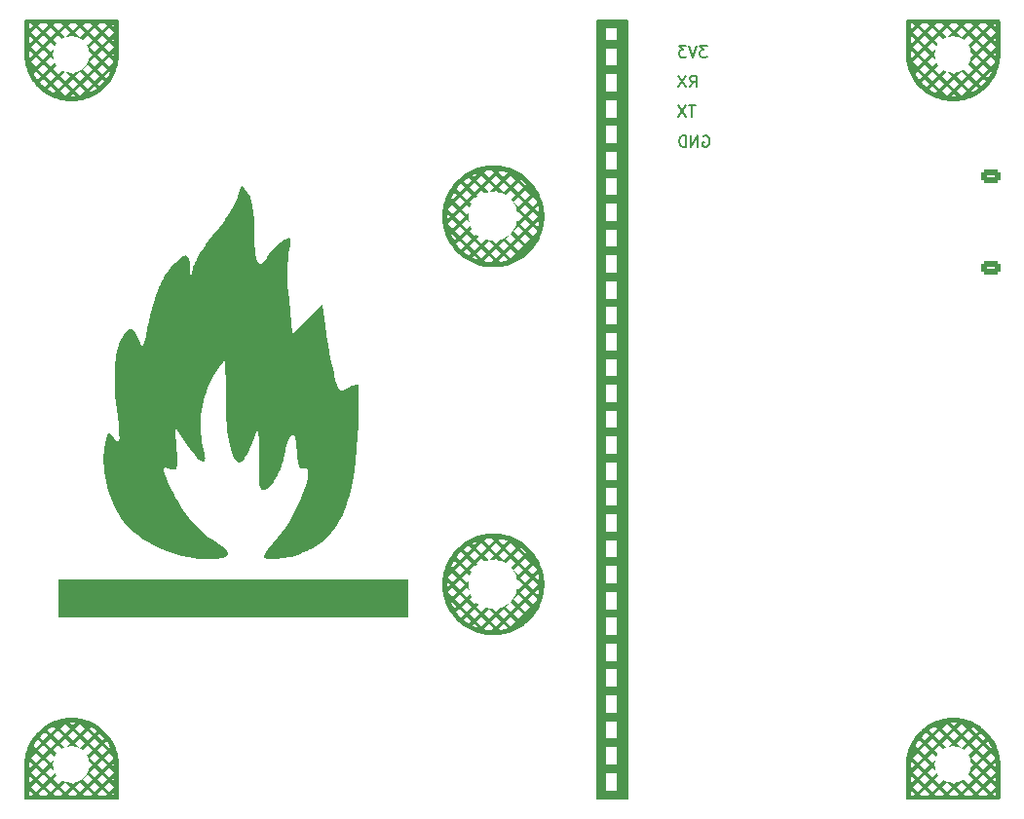
<source format=gbr>
%TF.GenerationSoftware,KiCad,Pcbnew,9.0.3*%
%TF.CreationDate,2025-09-21T09:36:47+10:00*%
%TF.ProjectId,12v-2x6,3132762d-3278-4362-9e6b-696361645f70,1*%
%TF.SameCoordinates,Original*%
%TF.FileFunction,Legend,Bot*%
%TF.FilePolarity,Positive*%
%FSLAX46Y46*%
G04 Gerber Fmt 4.6, Leading zero omitted, Abs format (unit mm)*
G04 Created by KiCad (PCBNEW 9.0.3) date 2025-09-21 09:36:47*
%MOMM*%
%LPD*%
G01*
G04 APERTURE LIST*
G04 Aperture macros list*
%AMRoundRect*
0 Rectangle with rounded corners*
0 $1 Rounding radius*
0 $2 $3 $4 $5 $6 $7 $8 $9 X,Y pos of 4 corners*
0 Add a 4 corners polygon primitive as box body*
4,1,4,$2,$3,$4,$5,$6,$7,$8,$9,$2,$3,0*
0 Add four circle primitives for the rounded corners*
1,1,$1+$1,$2,$3*
1,1,$1+$1,$4,$5*
1,1,$1+$1,$6,$7*
1,1,$1+$1,$8,$9*
0 Add four rect primitives between the rounded corners*
20,1,$1+$1,$2,$3,$4,$5,0*
20,1,$1+$1,$4,$5,$6,$7,0*
20,1,$1+$1,$6,$7,$8,$9,0*
20,1,$1+$1,$8,$9,$2,$3,0*%
G04 Aperture macros list end*
%ADD10C,0.150000*%
%ADD11C,0.000000*%
%ADD12RoundRect,0.250000X0.625000X-0.350000X0.625000X0.350000X-0.625000X0.350000X-0.625000X-0.350000X0*%
%ADD13O,1.750000X1.200000*%
%ADD14C,3.200000*%
%ADD15C,1.100000*%
%ADD16R,1.730000X2.030000*%
%ADD17O,1.730000X2.030000*%
%ADD18R,1.700000X1.700000*%
%ADD19C,1.700000*%
%ADD20C,1.520000*%
%ADD21RoundRect,0.510000X-0.890000X0.000010X-0.890000X-0.000010X0.890000X-0.000010X0.890000X0.000010X0*%
%ADD22C,4.300000*%
%ADD23C,0.900000*%
%ADD24C,0.650000*%
%ADD25O,2.100000X1.000000*%
%ADD26O,1.600000X1.000000*%
G04 APERTURE END LIST*
D10*
X116217731Y-41454819D02*
X115646303Y-41454819D01*
X115932017Y-42454819D02*
X115932017Y-41454819D01*
X115408207Y-41454819D02*
X114741541Y-42454819D01*
X114741541Y-41454819D02*
X115408207Y-42454819D01*
X117217731Y-36254819D02*
X116598684Y-36254819D01*
X116598684Y-36254819D02*
X116932017Y-36635771D01*
X116932017Y-36635771D02*
X116789160Y-36635771D01*
X116789160Y-36635771D02*
X116693922Y-36683390D01*
X116693922Y-36683390D02*
X116646303Y-36731009D01*
X116646303Y-36731009D02*
X116598684Y-36826247D01*
X116598684Y-36826247D02*
X116598684Y-37064342D01*
X116598684Y-37064342D02*
X116646303Y-37159580D01*
X116646303Y-37159580D02*
X116693922Y-37207200D01*
X116693922Y-37207200D02*
X116789160Y-37254819D01*
X116789160Y-37254819D02*
X117074874Y-37254819D01*
X117074874Y-37254819D02*
X117170112Y-37207200D01*
X117170112Y-37207200D02*
X117217731Y-37159580D01*
X116312969Y-36254819D02*
X115979636Y-37254819D01*
X115979636Y-37254819D02*
X115646303Y-36254819D01*
X115408207Y-36254819D02*
X114789160Y-36254819D01*
X114789160Y-36254819D02*
X115122493Y-36635771D01*
X115122493Y-36635771D02*
X114979636Y-36635771D01*
X114979636Y-36635771D02*
X114884398Y-36683390D01*
X114884398Y-36683390D02*
X114836779Y-36731009D01*
X114836779Y-36731009D02*
X114789160Y-36826247D01*
X114789160Y-36826247D02*
X114789160Y-37064342D01*
X114789160Y-37064342D02*
X114836779Y-37159580D01*
X114836779Y-37159580D02*
X114884398Y-37207200D01*
X114884398Y-37207200D02*
X114979636Y-37254819D01*
X114979636Y-37254819D02*
X115265350Y-37254819D01*
X115265350Y-37254819D02*
X115360588Y-37207200D01*
X115360588Y-37207200D02*
X115408207Y-37159580D01*
X116884398Y-44102438D02*
X116979636Y-44054819D01*
X116979636Y-44054819D02*
X117122493Y-44054819D01*
X117122493Y-44054819D02*
X117265350Y-44102438D01*
X117265350Y-44102438D02*
X117360588Y-44197676D01*
X117360588Y-44197676D02*
X117408207Y-44292914D01*
X117408207Y-44292914D02*
X117455826Y-44483390D01*
X117455826Y-44483390D02*
X117455826Y-44626247D01*
X117455826Y-44626247D02*
X117408207Y-44816723D01*
X117408207Y-44816723D02*
X117360588Y-44911961D01*
X117360588Y-44911961D02*
X117265350Y-45007200D01*
X117265350Y-45007200D02*
X117122493Y-45054819D01*
X117122493Y-45054819D02*
X117027255Y-45054819D01*
X117027255Y-45054819D02*
X116884398Y-45007200D01*
X116884398Y-45007200D02*
X116836779Y-44959580D01*
X116836779Y-44959580D02*
X116836779Y-44626247D01*
X116836779Y-44626247D02*
X117027255Y-44626247D01*
X116408207Y-45054819D02*
X116408207Y-44054819D01*
X116408207Y-44054819D02*
X115836779Y-45054819D01*
X115836779Y-45054819D02*
X115836779Y-44054819D01*
X115360588Y-45054819D02*
X115360588Y-44054819D01*
X115360588Y-44054819D02*
X115122493Y-44054819D01*
X115122493Y-44054819D02*
X114979636Y-44102438D01*
X114979636Y-44102438D02*
X114884398Y-44197676D01*
X114884398Y-44197676D02*
X114836779Y-44292914D01*
X114836779Y-44292914D02*
X114789160Y-44483390D01*
X114789160Y-44483390D02*
X114789160Y-44626247D01*
X114789160Y-44626247D02*
X114836779Y-44816723D01*
X114836779Y-44816723D02*
X114884398Y-44911961D01*
X114884398Y-44911961D02*
X114979636Y-45007200D01*
X114979636Y-45007200D02*
X115122493Y-45054819D01*
X115122493Y-45054819D02*
X115360588Y-45054819D01*
X115741541Y-39854819D02*
X116074874Y-39378628D01*
X116312969Y-39854819D02*
X116312969Y-38854819D01*
X116312969Y-38854819D02*
X115932017Y-38854819D01*
X115932017Y-38854819D02*
X115836779Y-38902438D01*
X115836779Y-38902438D02*
X115789160Y-38950057D01*
X115789160Y-38950057D02*
X115741541Y-39045295D01*
X115741541Y-39045295D02*
X115741541Y-39188152D01*
X115741541Y-39188152D02*
X115789160Y-39283390D01*
X115789160Y-39283390D02*
X115836779Y-39331009D01*
X115836779Y-39331009D02*
X115932017Y-39378628D01*
X115932017Y-39378628D02*
X116312969Y-39378628D01*
X115408207Y-38854819D02*
X114741541Y-39854819D01*
X114741541Y-38854819D02*
X115408207Y-39854819D01*
D11*
%TO.C,SYM2*%
G36*
X91292440Y-85933347D02*
G01*
X60865358Y-85933347D01*
X60865358Y-82626054D01*
X91292440Y-82626054D01*
X91292440Y-85933347D01*
G37*
G36*
X76851990Y-48505911D02*
G01*
X76876401Y-48515800D01*
X76902166Y-48530826D01*
X76929421Y-48550930D01*
X76958305Y-48576057D01*
X76988955Y-48606150D01*
X77021509Y-48641153D01*
X77056103Y-48681009D01*
X77131964Y-48775055D01*
X77217638Y-48887836D01*
X77314226Y-49018899D01*
X77379794Y-49120286D01*
X77441769Y-49239908D01*
X77500061Y-49377223D01*
X77554584Y-49531692D01*
X77605250Y-49702771D01*
X77651971Y-49889921D01*
X77694658Y-50092598D01*
X77733225Y-50310263D01*
X77767583Y-50542373D01*
X77797645Y-50788388D01*
X77844529Y-51319965D01*
X77873174Y-51900662D01*
X77882879Y-52526149D01*
X77887682Y-53016211D01*
X77902059Y-53457450D01*
X77912822Y-53659735D01*
X77925960Y-53849784D01*
X77941466Y-54027587D01*
X77959335Y-54193134D01*
X77979559Y-54346415D01*
X78002133Y-54487419D01*
X78027051Y-54616136D01*
X78054305Y-54732557D01*
X78083891Y-54836671D01*
X78115801Y-54928468D01*
X78150030Y-55007938D01*
X78186572Y-55075071D01*
X78225419Y-55129858D01*
X78266566Y-55172287D01*
X78310006Y-55202348D01*
X78332585Y-55212738D01*
X78355734Y-55220032D01*
X78379454Y-55224230D01*
X78403743Y-55225329D01*
X78428601Y-55223329D01*
X78454026Y-55218228D01*
X78506578Y-55198720D01*
X78561393Y-55166794D01*
X78618463Y-55122440D01*
X78677784Y-55065648D01*
X78739348Y-54996408D01*
X78803149Y-54914710D01*
X78869181Y-54820543D01*
X78937438Y-54713899D01*
X79007914Y-54594766D01*
X79080602Y-54463134D01*
X79128129Y-54380085D01*
X79182795Y-54294832D01*
X79243955Y-54208007D01*
X79310965Y-54120248D01*
X79383182Y-54032187D01*
X79459961Y-53944460D01*
X79540658Y-53857702D01*
X79624629Y-53772547D01*
X79711230Y-53689630D01*
X79799816Y-53609585D01*
X79889744Y-53533048D01*
X79980369Y-53460652D01*
X80071048Y-53393033D01*
X80161135Y-53330825D01*
X80249988Y-53274664D01*
X80336961Y-53225183D01*
X80474952Y-53152358D01*
X80596045Y-53091540D01*
X80700898Y-53043738D01*
X80790173Y-53009962D01*
X80829175Y-52998649D01*
X80864529Y-52991222D01*
X80896319Y-52987807D01*
X80924627Y-52988530D01*
X80949535Y-52993517D01*
X80971125Y-53002894D01*
X80989481Y-53016789D01*
X81004685Y-53035326D01*
X81016819Y-53058633D01*
X81025966Y-53086835D01*
X81032208Y-53120059D01*
X81035628Y-53158432D01*
X81036308Y-53202078D01*
X81034331Y-53251126D01*
X81022735Y-53365928D01*
X81001499Y-53503849D01*
X80971285Y-53665897D01*
X80886560Y-54066421D01*
X80859234Y-54213047D01*
X80835535Y-54386097D01*
X80799024Y-54802679D01*
X80777031Y-55298588D01*
X80769565Y-55856242D01*
X80776629Y-56458060D01*
X80798232Y-57086463D01*
X80834379Y-57723870D01*
X80885076Y-58352701D01*
X81166170Y-61352372D01*
X82473539Y-60085222D01*
X83780906Y-58818071D01*
X84019599Y-60544626D01*
X84148006Y-61380823D01*
X84321177Y-62381275D01*
X84516422Y-63420377D01*
X84711053Y-64372526D01*
X84783508Y-64703143D01*
X84850831Y-64996132D01*
X84914188Y-65253154D01*
X84944743Y-65368695D01*
X84974743Y-65475866D01*
X85004334Y-65574875D01*
X85033661Y-65665928D01*
X85062870Y-65749235D01*
X85092106Y-65825001D01*
X85121515Y-65893434D01*
X85151242Y-65954741D01*
X85181433Y-66009131D01*
X85212234Y-66056810D01*
X85243790Y-66097986D01*
X85276246Y-66132866D01*
X85309749Y-66161658D01*
X85344443Y-66184569D01*
X85380475Y-66201806D01*
X85417989Y-66213577D01*
X85457132Y-66220090D01*
X85498049Y-66221551D01*
X85540885Y-66218168D01*
X85585786Y-66210149D01*
X85632898Y-66197700D01*
X85682366Y-66181030D01*
X85734336Y-66160345D01*
X85788953Y-66135854D01*
X85846363Y-66107763D01*
X85906711Y-66076280D01*
X86060718Y-65996413D01*
X86213622Y-65921904D01*
X86361417Y-65854384D01*
X86500096Y-65795484D01*
X86564765Y-65769776D01*
X86625653Y-65746834D01*
X86682258Y-65726862D01*
X86734081Y-65710065D01*
X86780619Y-65696646D01*
X86821373Y-65686808D01*
X86855841Y-65680756D01*
X86883523Y-65678693D01*
X86906027Y-65702091D01*
X86925301Y-65770742D01*
X86954203Y-66034556D01*
X86970316Y-66451637D01*
X86973729Y-67003488D01*
X86964530Y-67671611D01*
X86942805Y-68437508D01*
X86908644Y-69282682D01*
X86862133Y-70188634D01*
X86786427Y-71297553D01*
X86688417Y-72328209D01*
X86566606Y-73283812D01*
X86496308Y-73734473D01*
X86419500Y-74167574D01*
X86335994Y-74583518D01*
X86245603Y-74982706D01*
X86148142Y-75365539D01*
X86043422Y-75732418D01*
X85931257Y-76083746D01*
X85811461Y-76419922D01*
X85683846Y-76741349D01*
X85548225Y-77048428D01*
X85404412Y-77341561D01*
X85252220Y-77621148D01*
X85091461Y-77887591D01*
X84921950Y-78141291D01*
X84743499Y-78382650D01*
X84555921Y-78612070D01*
X84359029Y-78829950D01*
X84152637Y-79036694D01*
X83936558Y-79232702D01*
X83710605Y-79418375D01*
X83474590Y-79594116D01*
X83228328Y-79760324D01*
X82971631Y-79917403D01*
X82704313Y-80065752D01*
X82426186Y-80205774D01*
X82137064Y-80337869D01*
X82137064Y-80337868D01*
X82137065Y-80337868D01*
X82137065Y-80337867D01*
X82137066Y-80337866D01*
X82137066Y-80337865D01*
X82137067Y-80337864D01*
X82137067Y-80337863D01*
X82137067Y-80337862D01*
X82137067Y-80337861D01*
X82137067Y-80337860D01*
X82137067Y-80337859D01*
X82137067Y-80337858D01*
X81886301Y-80438615D01*
X81619380Y-80530630D01*
X81340767Y-80613481D01*
X81054922Y-80686745D01*
X80766307Y-80750001D01*
X80479383Y-80802827D01*
X80198611Y-80844800D01*
X79928453Y-80875498D01*
X79673371Y-80894498D01*
X79437825Y-80901380D01*
X79226276Y-80895720D01*
X79043187Y-80877097D01*
X78963709Y-80862792D01*
X78893018Y-80845088D01*
X78831673Y-80823932D01*
X78780231Y-80799271D01*
X78739250Y-80771053D01*
X78709287Y-80739224D01*
X78690901Y-80703733D01*
X78684648Y-80664525D01*
X78691148Y-80631885D01*
X78710218Y-80585636D01*
X78741217Y-80526636D01*
X78783502Y-80455743D01*
X78899361Y-80281713D01*
X79052658Y-80070417D01*
X79238253Y-79828721D01*
X79451009Y-79563495D01*
X79685787Y-79281606D01*
X79937448Y-78989923D01*
X80102973Y-78794527D01*
X80267038Y-78587506D01*
X80588941Y-78143447D01*
X80899462Y-77667454D01*
X81194907Y-77169240D01*
X81471580Y-76658515D01*
X81725787Y-76144989D01*
X81953834Y-75638373D01*
X82152026Y-75148378D01*
X82316669Y-74684714D01*
X82444067Y-74257091D01*
X82530527Y-73875222D01*
X82557251Y-73704479D01*
X82572354Y-73548815D01*
X82575376Y-73409445D01*
X82565853Y-73287582D01*
X82543325Y-73184441D01*
X82507330Y-73101234D01*
X82457405Y-73039176D01*
X82393090Y-72999480D01*
X82313921Y-72983361D01*
X82219438Y-72992032D01*
X82134950Y-73007057D01*
X82059455Y-73013266D01*
X81992248Y-73008545D01*
X81932624Y-72990780D01*
X81905435Y-72976345D01*
X81879877Y-72957856D01*
X81833304Y-72907659D01*
X81792197Y-72838072D01*
X81755852Y-72746983D01*
X81723564Y-72632276D01*
X81694627Y-72491836D01*
X81668337Y-72323549D01*
X81643987Y-72125300D01*
X81598290Y-71630458D01*
X81551893Y-70990392D01*
X81527582Y-70743123D01*
X81511074Y-70635193D01*
X81491887Y-70537599D01*
X81470190Y-70450240D01*
X81446151Y-70373014D01*
X81419938Y-70305821D01*
X81391719Y-70248560D01*
X81361662Y-70201130D01*
X81329935Y-70163431D01*
X81296707Y-70135361D01*
X81262145Y-70116820D01*
X81226418Y-70107707D01*
X81189693Y-70107921D01*
X81152139Y-70117360D01*
X81113924Y-70135926D01*
X81075215Y-70163515D01*
X81036181Y-70200028D01*
X80996990Y-70245364D01*
X80957810Y-70299422D01*
X80918810Y-70362101D01*
X80880156Y-70433300D01*
X80804563Y-70600856D01*
X80732375Y-70801282D01*
X80664938Y-71033773D01*
X80603595Y-71297520D01*
X80549692Y-71591718D01*
X80523379Y-71742428D01*
X80492984Y-71893376D01*
X80458700Y-72044235D01*
X80420716Y-72194674D01*
X80379224Y-72344363D01*
X80334416Y-72492975D01*
X80235612Y-72785643D01*
X80125833Y-73070044D01*
X80006609Y-73343542D01*
X79879468Y-73603501D01*
X79745939Y-73847285D01*
X79677257Y-73962288D01*
X79607551Y-74072259D01*
X79537012Y-74176869D01*
X79465832Y-74275788D01*
X79394202Y-74368687D01*
X79322312Y-74455236D01*
X79250354Y-74535106D01*
X79178519Y-74607967D01*
X79106998Y-74673490D01*
X79035982Y-74731345D01*
X78965663Y-74781204D01*
X78896230Y-74822736D01*
X78827876Y-74855612D01*
X78760792Y-74879503D01*
X78695168Y-74894079D01*
X78631196Y-74899011D01*
X78610332Y-74897307D01*
X78589916Y-74892252D01*
X78569972Y-74883928D01*
X78550520Y-74872419D01*
X78531582Y-74857809D01*
X78513180Y-74840181D01*
X78478071Y-74796206D01*
X78445364Y-74741162D01*
X78415232Y-74675716D01*
X78387850Y-74600537D01*
X78363390Y-74516292D01*
X78342025Y-74423650D01*
X78323927Y-74323279D01*
X78309271Y-74215846D01*
X78298229Y-74102020D01*
X78290973Y-73982468D01*
X78287678Y-73857859D01*
X78288516Y-73728860D01*
X78293661Y-73596139D01*
X78306737Y-73305783D01*
X78316519Y-72979546D01*
X78326036Y-72263829D01*
X78321878Y-71537776D01*
X78314568Y-71198620D01*
X78303716Y-70890176D01*
X78242441Y-69487085D01*
X77618898Y-70990396D01*
X77553470Y-71143535D01*
X77486131Y-71292379D01*
X77417390Y-71436159D01*
X77347755Y-71574104D01*
X77277734Y-71705442D01*
X77207835Y-71829403D01*
X77138568Y-71945216D01*
X77070439Y-72052111D01*
X77003958Y-72149316D01*
X76939632Y-72236062D01*
X76877971Y-72311576D01*
X76848299Y-72344881D01*
X76819483Y-72375089D01*
X76791587Y-72402105D01*
X76764675Y-72425830D01*
X76738810Y-72446170D01*
X76714056Y-72463028D01*
X76690477Y-72476307D01*
X76668135Y-72485912D01*
X76647095Y-72491745D01*
X76627420Y-72493711D01*
X76559679Y-72487103D01*
X76493329Y-72467439D01*
X76428422Y-72434954D01*
X76365011Y-72389886D01*
X76242886Y-72262950D01*
X76127373Y-72088525D01*
X76018891Y-71868509D01*
X75917858Y-71604797D01*
X75824693Y-71299285D01*
X75739817Y-70953870D01*
X75663646Y-70570447D01*
X75596601Y-70150914D01*
X75539101Y-69697165D01*
X75491564Y-69211097D01*
X75454409Y-68694607D01*
X75428056Y-68149590D01*
X75412923Y-67577943D01*
X75409429Y-66981561D01*
X75409259Y-66317195D01*
X75403561Y-65697401D01*
X75392857Y-65135742D01*
X75377666Y-64645785D01*
X75358511Y-64241094D01*
X75335911Y-63935234D01*
X75323482Y-63823605D01*
X75310388Y-63741770D01*
X75296692Y-63691426D01*
X75289639Y-63678593D01*
X75282461Y-63674268D01*
X75264050Y-63681027D01*
X75238093Y-63700860D01*
X75205068Y-63733098D01*
X75165452Y-63777073D01*
X75068359Y-63897563D01*
X74950641Y-64056987D01*
X74816122Y-64250000D01*
X74668625Y-64471259D01*
X74511977Y-64715420D01*
X74350000Y-64977140D01*
X74163099Y-65306770D01*
X73991565Y-65654323D01*
X73835770Y-66017392D01*
X73696086Y-66393569D01*
X73572885Y-66780446D01*
X73466537Y-67175617D01*
X73377416Y-67576673D01*
X73305892Y-67981207D01*
X73252337Y-68386812D01*
X73217124Y-68791079D01*
X73200623Y-69191602D01*
X73203207Y-69585973D01*
X73225247Y-69971784D01*
X73267115Y-70346628D01*
X73329182Y-70708098D01*
X73411821Y-71053785D01*
X73495821Y-71380742D01*
X73555334Y-71663485D01*
X73576041Y-71788282D01*
X73590784Y-71902033D01*
X73599617Y-72004740D01*
X73602592Y-72096406D01*
X73599762Y-72177033D01*
X73591180Y-72246623D01*
X73576899Y-72305180D01*
X73556971Y-72352705D01*
X73531449Y-72389201D01*
X73500386Y-72414671D01*
X73463835Y-72429116D01*
X73421848Y-72432540D01*
X73374479Y-72424945D01*
X73321780Y-72406333D01*
X73263803Y-72376707D01*
X73200602Y-72336069D01*
X73132230Y-72284422D01*
X73058738Y-72221768D01*
X72980181Y-72148110D01*
X72896610Y-72063450D01*
X72714639Y-71861133D01*
X72513248Y-71614839D01*
X72292860Y-71324587D01*
X72053895Y-70990396D01*
X71006620Y-69487085D01*
X71140024Y-71387307D01*
X71159852Y-71685046D01*
X71174748Y-71949570D01*
X71184147Y-72182473D01*
X71186610Y-72287565D01*
X71187487Y-72385350D01*
X71186709Y-72476026D01*
X71184205Y-72559794D01*
X71179906Y-72636851D01*
X71173739Y-72707398D01*
X71165636Y-72771634D01*
X71155525Y-72829758D01*
X71143337Y-72881969D01*
X71129001Y-72928466D01*
X71112447Y-72969449D01*
X71093604Y-73005117D01*
X71072402Y-73035669D01*
X71048771Y-73061304D01*
X71022640Y-73082222D01*
X70993939Y-73098622D01*
X70962598Y-73110703D01*
X70928545Y-73118664D01*
X70891712Y-73122704D01*
X70852028Y-73123024D01*
X70809421Y-73119821D01*
X70763823Y-73113295D01*
X70715162Y-73103646D01*
X70663368Y-73091073D01*
X70608371Y-73075775D01*
X70550100Y-73057950D01*
X70429678Y-73020822D01*
X70325078Y-72991979D01*
X70236188Y-72973001D01*
X70162897Y-72965470D01*
X70132067Y-72966490D01*
X70105095Y-72970965D01*
X70081968Y-72979092D01*
X70062670Y-72991068D01*
X70047189Y-73007091D01*
X70035511Y-73027358D01*
X70027622Y-73052068D01*
X70023507Y-73081417D01*
X70023153Y-73115603D01*
X70026547Y-73154825D01*
X70044519Y-73249162D01*
X70077313Y-73366009D01*
X70124817Y-73506947D01*
X70186920Y-73673557D01*
X70263512Y-73867418D01*
X70459714Y-74343217D01*
X70634875Y-74740994D01*
X70825651Y-75134089D01*
X71030962Y-75521161D01*
X71249725Y-75900867D01*
X71480860Y-76271866D01*
X71723286Y-76632817D01*
X71975920Y-76982377D01*
X72237682Y-77319205D01*
X72507491Y-77641958D01*
X72784264Y-77949296D01*
X73066921Y-78239877D01*
X73354381Y-78512358D01*
X73645561Y-78765398D01*
X73939381Y-78997656D01*
X74234759Y-79207789D01*
X74530614Y-79394456D01*
X74829288Y-79578835D01*
X75079978Y-79751222D01*
X75282684Y-79911623D01*
X75366041Y-79987330D01*
X75437400Y-80060043D01*
X75496762Y-80129761D01*
X75544125Y-80196486D01*
X75579489Y-80260218D01*
X75602854Y-80320958D01*
X75614220Y-80378707D01*
X75613585Y-80433464D01*
X75600951Y-80485231D01*
X75576315Y-80534008D01*
X75539678Y-80579797D01*
X75491040Y-80622596D01*
X75430400Y-80662408D01*
X75357757Y-80699233D01*
X75273111Y-80733071D01*
X75176463Y-80763924D01*
X75067811Y-80791791D01*
X74947154Y-80816673D01*
X74669829Y-80857486D01*
X74344482Y-80886367D01*
X73971112Y-80903323D01*
X73549715Y-80908357D01*
X73083916Y-80890073D01*
X72603206Y-80838366D01*
X72111588Y-80755098D01*
X71613060Y-80642132D01*
X71111623Y-80501331D01*
X70611277Y-80334557D01*
X70116024Y-80143674D01*
X69629863Y-79930543D01*
X69156794Y-79697028D01*
X68700819Y-79444990D01*
X68265937Y-79176294D01*
X67856149Y-78892802D01*
X67475456Y-78596376D01*
X67127857Y-78288879D01*
X66817353Y-77972173D01*
X66677262Y-77810949D01*
X66547945Y-77648122D01*
X66308475Y-77311327D01*
X66083981Y-76954687D01*
X65875093Y-76580603D01*
X65682438Y-76191476D01*
X65506645Y-75789708D01*
X65348344Y-75377701D01*
X65208163Y-74957857D01*
X65086730Y-74532576D01*
X64984676Y-74104261D01*
X64902627Y-73675313D01*
X64841213Y-73248134D01*
X64801064Y-72825125D01*
X64782807Y-72408687D01*
X64787071Y-72001223D01*
X64814485Y-71605134D01*
X64865678Y-71222822D01*
X64909967Y-70965193D01*
X64950950Y-70739286D01*
X64989584Y-70544133D01*
X65008319Y-70457788D01*
X65026824Y-70378769D01*
X65045220Y-70306955D01*
X65063626Y-70242226D01*
X65082162Y-70184460D01*
X65100947Y-70133537D01*
X65120100Y-70089336D01*
X65139740Y-70051736D01*
X65159989Y-70020617D01*
X65180964Y-69995857D01*
X65202786Y-69977335D01*
X65214051Y-69970376D01*
X65225573Y-69964932D01*
X65237366Y-69960986D01*
X65249446Y-69958525D01*
X65261826Y-69957533D01*
X65274523Y-69957995D01*
X65300925Y-69963219D01*
X65328770Y-69974079D01*
X65358179Y-69990452D01*
X65389270Y-70012217D01*
X65422164Y-70039255D01*
X65456979Y-70071444D01*
X65493835Y-70108663D01*
X65532852Y-70150791D01*
X65617845Y-70249293D01*
X65712915Y-70365983D01*
X65803713Y-70476110D01*
X65883439Y-70564361D01*
X65952352Y-70628918D01*
X66010714Y-70667964D01*
X66036020Y-70677351D01*
X66058787Y-70679679D01*
X66079046Y-70674720D01*
X66096831Y-70662247D01*
X66112174Y-70642033D01*
X66125107Y-70613850D01*
X66143878Y-70532669D01*
X66153403Y-70416887D01*
X66153944Y-70264686D01*
X66145762Y-70074248D01*
X66129119Y-69843756D01*
X66071492Y-69255335D01*
X65983152Y-68484880D01*
X65912505Y-67856705D01*
X65853690Y-67259565D01*
X65806735Y-66692843D01*
X65771669Y-66155918D01*
X65748520Y-65648173D01*
X65737316Y-65168989D01*
X65738085Y-64717748D01*
X65750857Y-64293830D01*
X65775659Y-63896618D01*
X65812519Y-63525492D01*
X65861466Y-63179834D01*
X65922528Y-62859025D01*
X65995733Y-62562447D01*
X66081110Y-62289480D01*
X66178687Y-62039508D01*
X66288492Y-61811910D01*
X66347438Y-61704293D01*
X66405428Y-61603542D01*
X66462490Y-61509656D01*
X66518649Y-61422635D01*
X66573930Y-61342476D01*
X66628361Y-61269181D01*
X66681967Y-61202748D01*
X66734775Y-61143177D01*
X66786810Y-61090467D01*
X66838099Y-61044616D01*
X66888667Y-61005625D01*
X66938542Y-60973492D01*
X66987749Y-60948218D01*
X67036313Y-60929801D01*
X67084263Y-60918240D01*
X67131622Y-60913535D01*
X67178419Y-60915686D01*
X67224677Y-60924691D01*
X67270425Y-60940549D01*
X67315688Y-60963261D01*
X67360492Y-60992825D01*
X67404862Y-61029240D01*
X67448827Y-61072506D01*
X67492410Y-61122623D01*
X67535640Y-61179589D01*
X67578541Y-61243404D01*
X67621139Y-61314067D01*
X67663462Y-61391577D01*
X67705535Y-61475934D01*
X67747384Y-61567137D01*
X67789035Y-61665185D01*
X67830514Y-61770078D01*
X67941426Y-62053502D01*
X67988041Y-62163351D01*
X68029816Y-62251438D01*
X68067542Y-62317374D01*
X68085135Y-62341914D01*
X68102011Y-62360770D01*
X68118271Y-62373894D01*
X68134014Y-62381237D01*
X68149337Y-62382751D01*
X68164341Y-62378386D01*
X68179123Y-62368095D01*
X68193782Y-62351828D01*
X68208419Y-62329536D01*
X68223131Y-62301172D01*
X68253176Y-62226031D01*
X68284709Y-62126014D01*
X68318521Y-62000733D01*
X68355403Y-61849798D01*
X68441541Y-61469411D01*
X68585107Y-60830709D01*
X68722130Y-60242439D01*
X68853706Y-59701581D01*
X68980931Y-59205112D01*
X69104902Y-58750010D01*
X69226715Y-58333254D01*
X69347466Y-57951822D01*
X69468252Y-57602692D01*
X69590169Y-57282842D01*
X69714313Y-56989250D01*
X69841780Y-56718895D01*
X69973667Y-56468754D01*
X70111070Y-56235807D01*
X70255085Y-56017030D01*
X70406809Y-55809403D01*
X70567338Y-55609903D01*
X70786966Y-55355354D01*
X70989565Y-55134372D01*
X71084642Y-55036465D01*
X71175658Y-54946943D01*
X71262678Y-54865805D01*
X71345767Y-54793050D01*
X71424992Y-54728674D01*
X71500416Y-54672677D01*
X71572105Y-54625056D01*
X71640126Y-54585809D01*
X71704542Y-54554933D01*
X71765420Y-54532429D01*
X71822824Y-54518292D01*
X71876821Y-54512521D01*
X71927474Y-54515115D01*
X71974850Y-54526071D01*
X72019014Y-54545387D01*
X72060032Y-54573061D01*
X72097968Y-54609092D01*
X72132888Y-54653477D01*
X72164857Y-54706214D01*
X72193940Y-54767302D01*
X72220203Y-54836738D01*
X72243712Y-54914520D01*
X72264531Y-55000647D01*
X72282725Y-55095116D01*
X72298361Y-55197926D01*
X72311503Y-55309074D01*
X72322217Y-55428558D01*
X72330568Y-55556377D01*
X72390634Y-56658807D01*
X72552740Y-55607187D01*
X72578240Y-55489531D01*
X72620660Y-55354516D01*
X72679028Y-55203720D01*
X72752373Y-55038723D01*
X72839723Y-54861105D01*
X72940108Y-54672446D01*
X73052557Y-54474324D01*
X73176096Y-54268320D01*
X73309757Y-54056014D01*
X73452567Y-53838984D01*
X73603555Y-53618812D01*
X73761750Y-53397076D01*
X73926180Y-53175355D01*
X74095875Y-52955231D01*
X74269862Y-52738282D01*
X74447172Y-52526088D01*
X74625109Y-52313499D01*
X74800937Y-52095392D01*
X74973624Y-51873385D01*
X75142136Y-51649098D01*
X75305440Y-51424147D01*
X75462503Y-51200153D01*
X75612291Y-50978734D01*
X75753771Y-50761508D01*
X75885910Y-50550095D01*
X76007675Y-50346113D01*
X76118032Y-50151180D01*
X76215948Y-49966915D01*
X76300390Y-49794938D01*
X76370324Y-49636866D01*
X76424718Y-49494318D01*
X76462537Y-49368913D01*
X76510901Y-49178280D01*
X76554782Y-49012257D01*
X76595279Y-48870392D01*
X76633493Y-48752233D01*
X76652087Y-48701902D01*
X76670522Y-48657329D01*
X76688937Y-48618455D01*
X76707468Y-48585226D01*
X76726253Y-48557585D01*
X76745429Y-48535474D01*
X76765134Y-48518838D01*
X76785505Y-48507620D01*
X76806680Y-48501764D01*
X76828796Y-48501213D01*
X76851990Y-48505911D01*
G37*
%TD*%
G36*
X98746694Y-78669753D02*
G01*
X98929372Y-78677513D01*
X98934625Y-78677848D01*
X99116802Y-78693353D01*
X99122036Y-78693910D01*
X99303434Y-78717139D01*
X99308641Y-78717919D01*
X99488833Y-78748817D01*
X99494000Y-78749816D01*
X99672758Y-78788341D01*
X99677879Y-78789559D01*
X99854821Y-78835631D01*
X99859886Y-78837065D01*
X100034731Y-78890611D01*
X100039730Y-78892259D01*
X100212138Y-78953174D01*
X100217063Y-78955033D01*
X100386718Y-79023206D01*
X100391560Y-79025272D01*
X100558174Y-79100586D01*
X100562923Y-79102855D01*
X100726197Y-79185176D01*
X100730847Y-79187646D01*
X100890476Y-79276821D01*
X100895015Y-79279484D01*
X101050727Y-79375359D01*
X101055150Y-79378214D01*
X101206633Y-79480599D01*
X101210931Y-79483638D01*
X101357938Y-79592364D01*
X101362102Y-79595583D01*
X101504377Y-79710461D01*
X101508402Y-79713855D01*
X101645654Y-79834653D01*
X101649530Y-79838213D01*
X101781541Y-79964735D01*
X101785264Y-79968458D01*
X101911786Y-80100469D01*
X101915346Y-80104345D01*
X102036144Y-80241597D01*
X102039538Y-80245622D01*
X102154416Y-80387897D01*
X102157635Y-80392061D01*
X102266361Y-80539068D01*
X102269400Y-80543366D01*
X102371785Y-80694849D01*
X102374640Y-80699272D01*
X102470515Y-80854984D01*
X102473178Y-80859523D01*
X102562353Y-81019152D01*
X102564823Y-81023802D01*
X102647144Y-81187076D01*
X102649413Y-81191825D01*
X102724727Y-81358439D01*
X102726793Y-81363281D01*
X102794966Y-81532936D01*
X102796825Y-81537861D01*
X102857740Y-81710269D01*
X102859388Y-81715268D01*
X102912934Y-81890113D01*
X102914368Y-81895178D01*
X102960440Y-82072120D01*
X102961658Y-82077241D01*
X103000183Y-82255999D01*
X103001182Y-82261166D01*
X103032080Y-82441358D01*
X103032860Y-82446565D01*
X103056089Y-82627963D01*
X103056646Y-82633197D01*
X103072151Y-82815374D01*
X103072486Y-82820627D01*
X103080247Y-83003306D01*
X103080359Y-83008569D01*
X103080359Y-83191430D01*
X103080247Y-83196693D01*
X103072486Y-83379372D01*
X103072151Y-83384625D01*
X103056646Y-83566802D01*
X103056089Y-83572036D01*
X103032860Y-83753434D01*
X103032080Y-83758641D01*
X103001182Y-83938833D01*
X103000183Y-83944000D01*
X102961658Y-84122758D01*
X102960440Y-84127879D01*
X102914368Y-84304821D01*
X102912934Y-84309886D01*
X102859388Y-84484731D01*
X102857740Y-84489730D01*
X102796825Y-84662138D01*
X102794966Y-84667063D01*
X102726793Y-84836718D01*
X102724727Y-84841560D01*
X102649413Y-85008174D01*
X102647144Y-85012923D01*
X102564823Y-85176197D01*
X102562353Y-85180847D01*
X102473178Y-85340476D01*
X102470515Y-85345015D01*
X102374640Y-85500727D01*
X102371785Y-85505150D01*
X102269400Y-85656633D01*
X102266361Y-85660931D01*
X102157635Y-85807938D01*
X102154416Y-85812102D01*
X102039538Y-85954377D01*
X102036144Y-85958402D01*
X101915346Y-86095654D01*
X101911786Y-86099530D01*
X101785264Y-86231541D01*
X101781541Y-86235264D01*
X101649530Y-86361786D01*
X101645654Y-86365346D01*
X101508402Y-86486144D01*
X101504377Y-86489538D01*
X101362102Y-86604416D01*
X101357938Y-86607635D01*
X101210931Y-86716361D01*
X101206633Y-86719400D01*
X101055150Y-86821785D01*
X101050727Y-86824640D01*
X100895015Y-86920515D01*
X100890476Y-86923178D01*
X100730847Y-87012353D01*
X100726197Y-87014823D01*
X100562923Y-87097144D01*
X100558174Y-87099413D01*
X100391560Y-87174727D01*
X100386718Y-87176793D01*
X100217063Y-87244966D01*
X100212138Y-87246825D01*
X100039730Y-87307740D01*
X100034731Y-87309388D01*
X99859886Y-87362934D01*
X99854821Y-87364368D01*
X99677879Y-87410440D01*
X99672758Y-87411658D01*
X99494000Y-87450183D01*
X99488833Y-87451182D01*
X99308641Y-87482080D01*
X99303434Y-87482860D01*
X99122036Y-87506089D01*
X99116802Y-87506646D01*
X98934625Y-87522151D01*
X98929372Y-87522486D01*
X98746694Y-87530247D01*
X98741431Y-87530359D01*
X98558569Y-87530359D01*
X98553306Y-87530247D01*
X98370627Y-87522486D01*
X98365374Y-87522151D01*
X98183197Y-87506646D01*
X98177963Y-87506089D01*
X97996565Y-87482860D01*
X97991358Y-87482080D01*
X97811166Y-87451182D01*
X97805999Y-87450183D01*
X97627241Y-87411658D01*
X97622120Y-87410440D01*
X97445178Y-87364368D01*
X97440113Y-87362934D01*
X97265268Y-87309388D01*
X97260269Y-87307740D01*
X97087861Y-87246825D01*
X97082936Y-87244966D01*
X96913281Y-87176793D01*
X96908439Y-87174727D01*
X96741825Y-87099413D01*
X96737076Y-87097144D01*
X96573802Y-87014823D01*
X96569152Y-87012353D01*
X96409523Y-86923178D01*
X96404984Y-86920515D01*
X96401510Y-86918376D01*
X97825048Y-86918376D01*
X97951775Y-87045103D01*
X98056754Y-87063104D01*
X98225503Y-87084714D01*
X98394970Y-87099137D01*
X98491540Y-87103240D01*
X98676403Y-86918376D01*
X99097840Y-86918376D01*
X99242645Y-87063181D01*
X99243244Y-87063104D01*
X99410921Y-87034353D01*
X99577192Y-86998519D01*
X99741810Y-86955656D01*
X99904503Y-86905831D01*
X99928259Y-86897437D01*
X99523519Y-86492697D01*
X99097840Y-86918376D01*
X98676403Y-86918376D01*
X98676404Y-86918375D01*
X98250726Y-86492697D01*
X97825048Y-86918376D01*
X96401510Y-86918376D01*
X96249272Y-86824640D01*
X96244849Y-86821785D01*
X96093366Y-86719400D01*
X96089068Y-86716361D01*
X96012309Y-86659590D01*
X96811039Y-86659590D01*
X96922283Y-86715678D01*
X97077280Y-86785742D01*
X97235134Y-86849173D01*
X97388649Y-86903412D01*
X96977933Y-86492696D01*
X96811039Y-86659590D01*
X96012309Y-86659590D01*
X95942061Y-86607635D01*
X95937897Y-86604416D01*
X95795622Y-86489538D01*
X95791597Y-86486144D01*
X95654345Y-86365346D01*
X95650469Y-86361786D01*
X95518458Y-86235264D01*
X95514735Y-86231541D01*
X95434971Y-86148317D01*
X96049520Y-86148317D01*
X96066936Y-86163646D01*
X96199307Y-86270527D01*
X96336072Y-86371678D01*
X96477012Y-86466937D01*
X96542150Y-86507044D01*
X96767215Y-86281980D01*
X97188651Y-86281980D01*
X97614330Y-86707658D01*
X98040009Y-86281980D01*
X98461444Y-86281980D01*
X98887122Y-86707658D01*
X99312801Y-86281980D01*
X99734236Y-86281980D01*
X100159915Y-86707659D01*
X100585594Y-86281980D01*
X101007028Y-86281980D01*
X101040266Y-86315218D01*
X101100691Y-86270527D01*
X101233062Y-86163646D01*
X101360737Y-86051277D01*
X101483560Y-85933561D01*
X101496483Y-85920077D01*
X101432707Y-85856301D01*
X101007028Y-86281980D01*
X100585594Y-86281980D01*
X100159915Y-85856301D01*
X99734236Y-86281980D01*
X99312801Y-86281980D01*
X98887122Y-85856301D01*
X98461444Y-86281980D01*
X98040009Y-86281980D01*
X97614330Y-85856301D01*
X97188651Y-86281980D01*
X96767215Y-86281980D01*
X96767216Y-86281979D01*
X96341537Y-85856300D01*
X96049520Y-86148317D01*
X95434971Y-86148317D01*
X95388213Y-86099530D01*
X95384653Y-86095654D01*
X95263855Y-85958402D01*
X95260461Y-85954377D01*
X95145583Y-85812102D01*
X95142364Y-85807938D01*
X95033638Y-85660931D01*
X95030599Y-85656633D01*
X94928214Y-85505150D01*
X94925359Y-85500727D01*
X94918917Y-85490265D01*
X95434780Y-85490265D01*
X95479471Y-85550691D01*
X95586352Y-85683062D01*
X95698721Y-85810737D01*
X95816437Y-85933560D01*
X95829920Y-85946482D01*
X96130820Y-85645583D01*
X96552255Y-85645583D01*
X96977934Y-86071262D01*
X97403612Y-85645583D01*
X97825048Y-85645583D01*
X98250726Y-86071262D01*
X98676405Y-85645583D01*
X99097840Y-85645583D01*
X99523519Y-86071262D01*
X99949197Y-85645583D01*
X100370632Y-85645583D01*
X100796311Y-86071262D01*
X101221988Y-85645584D01*
X101643424Y-85645584D01*
X101698318Y-85700478D01*
X101713646Y-85683061D01*
X101820527Y-85550691D01*
X101921678Y-85413926D01*
X102016937Y-85272986D01*
X102018406Y-85270601D01*
X101643424Y-85645584D01*
X101221988Y-85645584D01*
X101221989Y-85645583D01*
X100796311Y-85219905D01*
X100370632Y-85645583D01*
X99949197Y-85645583D01*
X99523519Y-85219905D01*
X99097840Y-85645583D01*
X98676405Y-85645583D01*
X98250726Y-85219905D01*
X97825048Y-85645583D01*
X97403612Y-85645583D01*
X96977934Y-85219905D01*
X96552255Y-85645583D01*
X96130820Y-85645583D01*
X95705141Y-85219904D01*
X95434780Y-85490265D01*
X94918917Y-85490265D01*
X94829484Y-85345015D01*
X94826821Y-85340476D01*
X94737646Y-85180847D01*
X94735176Y-85176197D01*
X94652855Y-85012923D01*
X94650586Y-85008174D01*
X94575272Y-84841560D01*
X94573206Y-84836718D01*
X94511534Y-84683241D01*
X94969013Y-84683241D01*
X95034320Y-84827715D01*
X95110915Y-84979634D01*
X95193877Y-85128141D01*
X95263078Y-85240531D01*
X95494424Y-85009187D01*
X95915859Y-85009187D01*
X96341538Y-85434866D01*
X96767216Y-85009187D01*
X97188651Y-85009187D01*
X97614330Y-85434866D01*
X98040008Y-85009187D01*
X98461444Y-85009187D01*
X98887122Y-85434866D01*
X99312801Y-85009187D01*
X99734236Y-85009187D01*
X100159915Y-85434866D01*
X100585593Y-85009187D01*
X101007028Y-85009187D01*
X101432707Y-85434866D01*
X101858385Y-85009187D01*
X101432707Y-84583509D01*
X101007028Y-85009187D01*
X100585593Y-85009187D01*
X100159915Y-84583509D01*
X99734236Y-85009187D01*
X99312801Y-85009187D01*
X98887122Y-84583509D01*
X98461444Y-85009187D01*
X98040008Y-85009187D01*
X97614330Y-84583509D01*
X97188651Y-85009187D01*
X96767216Y-85009187D01*
X96341538Y-84583509D01*
X95915859Y-85009187D01*
X95494424Y-85009187D01*
X95068746Y-84583509D01*
X94969013Y-84683241D01*
X94511534Y-84683241D01*
X94505033Y-84667063D01*
X94503174Y-84662138D01*
X94442259Y-84489730D01*
X94440611Y-84484731D01*
X94406330Y-84372791D01*
X95279463Y-84372791D01*
X95705142Y-84798470D01*
X96130820Y-84372791D01*
X96552255Y-84372791D01*
X96977934Y-84798469D01*
X97403612Y-84372791D01*
X97825048Y-84372791D01*
X98250726Y-84798469D01*
X98676405Y-84372791D01*
X99097840Y-84372791D01*
X99523519Y-84798470D01*
X99949197Y-84372791D01*
X100370632Y-84372791D01*
X100796311Y-84798470D01*
X101221989Y-84372791D01*
X101643424Y-84372791D01*
X102069102Y-84798469D01*
X102424558Y-84443013D01*
X102455835Y-84354490D01*
X102460675Y-84338685D01*
X102069103Y-83947112D01*
X101643424Y-84372791D01*
X101221989Y-84372791D01*
X100796311Y-83947112D01*
X100370632Y-84372791D01*
X99949197Y-84372791D01*
X99523519Y-83947112D01*
X99097840Y-84372791D01*
X98676405Y-84372791D01*
X98250726Y-83947112D01*
X97825048Y-84372791D01*
X97403612Y-84372791D01*
X96977934Y-83947112D01*
X96552255Y-84372791D01*
X96130820Y-84372791D01*
X95705142Y-83947112D01*
X95279463Y-84372791D01*
X94406330Y-84372791D01*
X94387065Y-84309886D01*
X94385631Y-84304821D01*
X94339559Y-84127879D01*
X94338341Y-84122758D01*
X94299816Y-83944000D01*
X94298817Y-83938833D01*
X94267919Y-83758641D01*
X94267139Y-83753434D01*
X94259355Y-83692644D01*
X94686816Y-83692644D01*
X94686891Y-83693230D01*
X94704894Y-83798222D01*
X95068746Y-84162074D01*
X95494424Y-83736395D01*
X95915859Y-83736395D01*
X96341538Y-84162074D01*
X96767216Y-83736395D01*
X97188651Y-83736395D01*
X97614330Y-84162073D01*
X98040008Y-83736395D01*
X98461444Y-83736395D01*
X98887122Y-84162073D01*
X99312801Y-83736395D01*
X99734236Y-83736395D01*
X100159915Y-84162074D01*
X100585593Y-83736395D01*
X101007028Y-83736395D01*
X101432707Y-84162074D01*
X101858385Y-83736395D01*
X102279820Y-83736395D01*
X102552437Y-84009012D01*
X102584353Y-83860921D01*
X102613104Y-83693244D01*
X102634714Y-83524495D01*
X102648016Y-83368199D01*
X102279820Y-83736395D01*
X101858385Y-83736395D01*
X101432707Y-83310716D01*
X101007028Y-83736395D01*
X100585593Y-83736395D01*
X100159915Y-83310716D01*
X99734236Y-83736395D01*
X99312801Y-83736395D01*
X98887122Y-83310716D01*
X98461444Y-83736395D01*
X98040008Y-83736395D01*
X97614330Y-83310716D01*
X97188651Y-83736395D01*
X96767216Y-83736395D01*
X96341538Y-83310716D01*
X95915859Y-83736395D01*
X95494424Y-83736395D01*
X95068745Y-83310716D01*
X94686816Y-83692644D01*
X94259355Y-83692644D01*
X94243910Y-83572036D01*
X94243353Y-83566802D01*
X94227848Y-83384625D01*
X94227513Y-83379372D01*
X94219738Y-83196358D01*
X94219628Y-83191752D01*
X94219145Y-83100657D01*
X94219145Y-83099999D01*
X94643147Y-83099999D01*
X94643592Y-83183927D01*
X94648910Y-83309115D01*
X94858027Y-83099999D01*
X95279463Y-83099999D01*
X95705142Y-83525678D01*
X96130820Y-83099999D01*
X96552255Y-83099999D01*
X96977934Y-83525677D01*
X97403612Y-83099999D01*
X97825048Y-83099999D01*
X98250726Y-83525677D01*
X98676405Y-83099999D01*
X99097840Y-83099999D01*
X99523519Y-83525678D01*
X99949197Y-83099999D01*
X100370632Y-83099999D01*
X100796311Y-83525678D01*
X101221989Y-83099999D01*
X101643424Y-83099999D01*
X102069103Y-83525678D01*
X102494781Y-83099999D01*
X102069103Y-82674320D01*
X101643424Y-83099999D01*
X101221989Y-83099999D01*
X100796311Y-82674320D01*
X100370632Y-83099999D01*
X99949197Y-83099999D01*
X99523519Y-82674320D01*
X99097840Y-83099999D01*
X98676405Y-83099999D01*
X98250726Y-82674320D01*
X97825048Y-83099999D01*
X97403612Y-83099999D01*
X96977934Y-82674320D01*
X96552255Y-83099999D01*
X96130820Y-83099999D01*
X95705142Y-82674320D01*
X95279463Y-83099999D01*
X94858027Y-83099999D01*
X94858028Y-83099998D01*
X94648910Y-82890881D01*
X94643592Y-83016071D01*
X94643147Y-83099999D01*
X94219145Y-83099999D01*
X94219145Y-83099343D01*
X94219628Y-83008247D01*
X94219738Y-83003641D01*
X94227513Y-82820627D01*
X94227848Y-82815374D01*
X94243353Y-82633197D01*
X94243910Y-82627963D01*
X94259355Y-82507352D01*
X94686816Y-82507352D01*
X95068746Y-82889282D01*
X95494425Y-82463603D01*
X95915859Y-82463603D01*
X96341538Y-82889282D01*
X96767217Y-82463603D01*
X97188651Y-82463603D01*
X97614330Y-82889281D01*
X98040009Y-82463603D01*
X98461444Y-82463603D01*
X98887122Y-82889281D01*
X99312801Y-82463603D01*
X99734236Y-82463603D01*
X100159915Y-82889282D01*
X100585594Y-82463603D01*
X101007028Y-82463603D01*
X101432707Y-82889282D01*
X101858386Y-82463603D01*
X101858385Y-82463602D01*
X102279820Y-82463602D01*
X102648016Y-82831799D01*
X102634714Y-82675503D01*
X102613104Y-82506754D01*
X102584353Y-82339077D01*
X102552437Y-82190985D01*
X102279820Y-82463602D01*
X101858385Y-82463602D01*
X101432707Y-82037924D01*
X101007028Y-82463603D01*
X100585594Y-82463603D01*
X100159915Y-82037924D01*
X99734236Y-82463603D01*
X99312801Y-82463603D01*
X98887122Y-82037924D01*
X98461444Y-82463603D01*
X98040009Y-82463603D01*
X97614330Y-82037924D01*
X97188651Y-82463603D01*
X96767217Y-82463603D01*
X96341538Y-82037924D01*
X95915859Y-82463603D01*
X95494425Y-82463603D01*
X95068745Y-82037923D01*
X94704894Y-82401774D01*
X94686891Y-82506768D01*
X94686816Y-82507352D01*
X94259355Y-82507352D01*
X94267139Y-82446565D01*
X94267919Y-82441358D01*
X94298817Y-82261166D01*
X94299816Y-82255999D01*
X94338341Y-82077241D01*
X94339559Y-82072120D01*
X94385631Y-81895178D01*
X94387065Y-81890113D01*
X94406330Y-81827207D01*
X95279463Y-81827207D01*
X95705142Y-82252886D01*
X96130821Y-81827207D01*
X96552255Y-81827207D01*
X96977934Y-82252885D01*
X97403613Y-81827207D01*
X97825048Y-81827207D01*
X98250726Y-82252885D01*
X98676405Y-81827207D01*
X99097840Y-81827207D01*
X99523519Y-82252886D01*
X99949198Y-81827207D01*
X100370632Y-81827207D01*
X100796311Y-82252886D01*
X101221990Y-81827207D01*
X101643424Y-81827207D01*
X102069102Y-82252885D01*
X102460675Y-81861312D01*
X102455831Y-81845494D01*
X102424558Y-81756983D01*
X102069103Y-81401528D01*
X101643424Y-81827207D01*
X101221990Y-81827207D01*
X100796311Y-81401528D01*
X100370632Y-81827207D01*
X99949198Y-81827207D01*
X99523519Y-81401528D01*
X99097840Y-81827207D01*
X98676405Y-81827207D01*
X98250726Y-81401528D01*
X97825048Y-81827207D01*
X97403613Y-81827207D01*
X96977934Y-81401528D01*
X96552255Y-81827207D01*
X96130821Y-81827207D01*
X95705142Y-81401528D01*
X95279463Y-81827207D01*
X94406330Y-81827207D01*
X94440611Y-81715268D01*
X94442259Y-81710269D01*
X94503174Y-81537861D01*
X94505033Y-81532936D01*
X94511534Y-81516757D01*
X94969013Y-81516757D01*
X95068746Y-81616490D01*
X95494425Y-81190811D01*
X95915859Y-81190811D01*
X96341538Y-81616490D01*
X96767217Y-81190811D01*
X97188651Y-81190811D01*
X97614330Y-81616489D01*
X98040009Y-81190811D01*
X98461444Y-81190811D01*
X98887122Y-81616489D01*
X99312801Y-81190811D01*
X99734236Y-81190811D01*
X100159915Y-81616490D01*
X100585594Y-81190811D01*
X101007028Y-81190811D01*
X101432707Y-81616490D01*
X101858386Y-81190811D01*
X101432707Y-80765132D01*
X101007028Y-81190811D01*
X100585594Y-81190811D01*
X100159915Y-80765132D01*
X99734236Y-81190811D01*
X99312801Y-81190811D01*
X98887122Y-80765132D01*
X98461444Y-81190811D01*
X98040009Y-81190811D01*
X97614330Y-80765132D01*
X97188651Y-81190811D01*
X96767217Y-81190811D01*
X96341538Y-80765132D01*
X95915859Y-81190811D01*
X95494425Y-81190811D01*
X95263079Y-80959465D01*
X95193877Y-81071857D01*
X95110915Y-81220364D01*
X95034320Y-81372283D01*
X94969013Y-81516757D01*
X94511534Y-81516757D01*
X94573206Y-81363281D01*
X94575272Y-81358439D01*
X94650586Y-81191825D01*
X94652855Y-81187076D01*
X94735176Y-81023802D01*
X94737646Y-81019152D01*
X94826821Y-80859523D01*
X94829484Y-80854984D01*
X94918919Y-80709732D01*
X95434780Y-80709732D01*
X95705142Y-80980094D01*
X96130821Y-80554415D01*
X96552255Y-80554415D01*
X96977934Y-80980093D01*
X97403613Y-80554415D01*
X97825048Y-80554415D01*
X98250726Y-80980093D01*
X98676405Y-80554415D01*
X99097840Y-80554415D01*
X99523519Y-80980094D01*
X99949198Y-80554415D01*
X100370632Y-80554415D01*
X100796311Y-80980094D01*
X101221990Y-80554415D01*
X101221989Y-80554414D01*
X101643423Y-80554414D01*
X102018406Y-80929397D01*
X102016937Y-80927012D01*
X101921678Y-80786072D01*
X101820527Y-80649307D01*
X101713646Y-80516936D01*
X101698317Y-80499520D01*
X101643423Y-80554414D01*
X101221989Y-80554414D01*
X100796311Y-80128736D01*
X100370632Y-80554415D01*
X99949198Y-80554415D01*
X99523519Y-80128736D01*
X99097840Y-80554415D01*
X98676405Y-80554415D01*
X98250726Y-80128736D01*
X97825048Y-80554415D01*
X97403613Y-80554415D01*
X96977934Y-80128736D01*
X96552255Y-80554415D01*
X96130821Y-80554415D01*
X95829921Y-80253515D01*
X95816438Y-80266437D01*
X95698721Y-80389261D01*
X95586352Y-80516936D01*
X95479471Y-80649307D01*
X95434780Y-80709732D01*
X94918919Y-80709732D01*
X94925359Y-80699272D01*
X94928214Y-80694849D01*
X95030599Y-80543366D01*
X95033638Y-80539068D01*
X95142364Y-80392061D01*
X95145583Y-80387897D01*
X95260461Y-80245622D01*
X95263855Y-80241597D01*
X95384653Y-80104345D01*
X95388213Y-80100469D01*
X95434973Y-80051680D01*
X96049520Y-80051680D01*
X96341538Y-80343698D01*
X96767217Y-79918019D01*
X97188651Y-79918019D01*
X97614330Y-80343697D01*
X98040009Y-79918019D01*
X98461444Y-79918019D01*
X98887122Y-80343697D01*
X99312801Y-79918019D01*
X99734236Y-79918019D01*
X100159915Y-80343698D01*
X100585594Y-79918019D01*
X100585593Y-79918018D01*
X101007027Y-79918018D01*
X101432706Y-80343697D01*
X101496482Y-80279920D01*
X101483560Y-80266437D01*
X101360737Y-80148721D01*
X101233062Y-80036352D01*
X101100691Y-79929471D01*
X101040265Y-79884780D01*
X101007027Y-79918018D01*
X100585593Y-79918018D01*
X100159915Y-79492340D01*
X99734236Y-79918019D01*
X99312801Y-79918019D01*
X98887122Y-79492340D01*
X98461444Y-79918019D01*
X98040009Y-79918019D01*
X97614330Y-79492340D01*
X97188651Y-79918019D01*
X96767217Y-79918019D01*
X96542151Y-79692953D01*
X96477012Y-79733061D01*
X96336072Y-79828320D01*
X96199307Y-79929471D01*
X96066938Y-80036351D01*
X96049520Y-80051680D01*
X95434973Y-80051680D01*
X95514735Y-79968458D01*
X95518458Y-79964735D01*
X95650469Y-79838213D01*
X95654345Y-79834653D01*
X95791597Y-79713855D01*
X95795622Y-79710461D01*
X95937897Y-79595583D01*
X95942061Y-79592364D01*
X96012311Y-79540407D01*
X96811040Y-79540407D01*
X96977934Y-79707301D01*
X97388649Y-79296586D01*
X97235134Y-79350825D01*
X97077280Y-79414256D01*
X96922283Y-79484320D01*
X96811040Y-79540407D01*
X96012311Y-79540407D01*
X96089068Y-79483638D01*
X96093366Y-79480599D01*
X96244849Y-79378214D01*
X96249272Y-79375359D01*
X96401510Y-79281623D01*
X97825048Y-79281623D01*
X98250726Y-79707301D01*
X98676405Y-79281623D01*
X99097840Y-79281623D01*
X99523519Y-79707301D01*
X99928260Y-79302560D01*
X99904511Y-79294170D01*
X99741810Y-79244342D01*
X99577192Y-79201479D01*
X99410921Y-79165645D01*
X99243226Y-79136891D01*
X99242645Y-79136816D01*
X99097840Y-79281623D01*
X98676405Y-79281623D01*
X98491540Y-79096758D01*
X98394970Y-79100861D01*
X98225503Y-79115284D01*
X98056750Y-79136894D01*
X97951776Y-79154894D01*
X97825048Y-79281623D01*
X96401510Y-79281623D01*
X96404984Y-79279484D01*
X96409523Y-79276821D01*
X96569152Y-79187646D01*
X96573802Y-79185176D01*
X96737076Y-79102855D01*
X96741825Y-79100586D01*
X96908439Y-79025272D01*
X96913281Y-79023206D01*
X97082936Y-78955033D01*
X97087861Y-78953174D01*
X97260269Y-78892259D01*
X97265268Y-78890611D01*
X97440113Y-78837065D01*
X97445178Y-78835631D01*
X97622120Y-78789559D01*
X97627241Y-78788341D01*
X97805999Y-78749816D01*
X97811166Y-78748817D01*
X97991358Y-78717919D01*
X97996565Y-78717139D01*
X98177963Y-78693910D01*
X98183197Y-78693353D01*
X98365374Y-78677848D01*
X98370627Y-78677513D01*
X98553306Y-78669753D01*
X98558569Y-78669641D01*
X98741431Y-78669641D01*
X98746694Y-78669753D01*
G37*
G36*
X98746694Y-46669753D02*
G01*
X98929372Y-46677513D01*
X98934625Y-46677848D01*
X99116802Y-46693353D01*
X99122036Y-46693910D01*
X99303434Y-46717139D01*
X99308641Y-46717919D01*
X99488833Y-46748817D01*
X99494000Y-46749816D01*
X99672758Y-46788341D01*
X99677879Y-46789559D01*
X99854821Y-46835631D01*
X99859886Y-46837065D01*
X100034731Y-46890611D01*
X100039730Y-46892259D01*
X100212138Y-46953174D01*
X100217063Y-46955033D01*
X100386718Y-47023206D01*
X100391560Y-47025272D01*
X100558174Y-47100586D01*
X100562923Y-47102855D01*
X100726197Y-47185176D01*
X100730847Y-47187646D01*
X100890476Y-47276821D01*
X100895015Y-47279484D01*
X101050727Y-47375359D01*
X101055150Y-47378214D01*
X101206633Y-47480599D01*
X101210931Y-47483638D01*
X101357938Y-47592364D01*
X101362102Y-47595583D01*
X101504377Y-47710461D01*
X101508402Y-47713855D01*
X101645654Y-47834653D01*
X101649530Y-47838213D01*
X101781541Y-47964735D01*
X101785264Y-47968458D01*
X101911786Y-48100469D01*
X101915346Y-48104345D01*
X102036144Y-48241597D01*
X102039538Y-48245622D01*
X102154416Y-48387897D01*
X102157635Y-48392061D01*
X102266361Y-48539068D01*
X102269400Y-48543366D01*
X102371785Y-48694849D01*
X102374640Y-48699272D01*
X102470515Y-48854984D01*
X102473178Y-48859523D01*
X102562353Y-49019152D01*
X102564823Y-49023802D01*
X102647144Y-49187076D01*
X102649413Y-49191825D01*
X102724727Y-49358439D01*
X102726793Y-49363281D01*
X102794966Y-49532936D01*
X102796825Y-49537861D01*
X102857740Y-49710269D01*
X102859388Y-49715268D01*
X102912934Y-49890113D01*
X102914368Y-49895178D01*
X102960440Y-50072120D01*
X102961658Y-50077241D01*
X103000183Y-50255999D01*
X103001182Y-50261166D01*
X103032080Y-50441358D01*
X103032860Y-50446565D01*
X103056089Y-50627963D01*
X103056646Y-50633197D01*
X103072151Y-50815374D01*
X103072486Y-50820627D01*
X103080247Y-51003306D01*
X103080359Y-51008569D01*
X103080359Y-51191430D01*
X103080247Y-51196693D01*
X103072486Y-51379372D01*
X103072151Y-51384625D01*
X103056646Y-51566802D01*
X103056089Y-51572036D01*
X103032860Y-51753434D01*
X103032080Y-51758641D01*
X103001182Y-51938833D01*
X103000183Y-51944000D01*
X102961658Y-52122758D01*
X102960440Y-52127879D01*
X102914368Y-52304821D01*
X102912934Y-52309886D01*
X102859388Y-52484731D01*
X102857740Y-52489730D01*
X102796825Y-52662138D01*
X102794966Y-52667063D01*
X102726793Y-52836718D01*
X102724727Y-52841560D01*
X102649413Y-53008174D01*
X102647144Y-53012923D01*
X102564823Y-53176197D01*
X102562353Y-53180847D01*
X102473178Y-53340476D01*
X102470515Y-53345015D01*
X102374640Y-53500727D01*
X102371785Y-53505150D01*
X102269400Y-53656633D01*
X102266361Y-53660931D01*
X102157635Y-53807938D01*
X102154416Y-53812102D01*
X102039538Y-53954377D01*
X102036144Y-53958402D01*
X101915346Y-54095654D01*
X101911786Y-54099530D01*
X101785264Y-54231541D01*
X101781541Y-54235264D01*
X101649530Y-54361786D01*
X101645654Y-54365346D01*
X101508402Y-54486144D01*
X101504377Y-54489538D01*
X101362102Y-54604416D01*
X101357938Y-54607635D01*
X101210931Y-54716361D01*
X101206633Y-54719400D01*
X101055150Y-54821785D01*
X101050727Y-54824640D01*
X100895015Y-54920515D01*
X100890476Y-54923178D01*
X100730847Y-55012353D01*
X100726197Y-55014823D01*
X100562923Y-55097144D01*
X100558174Y-55099413D01*
X100391560Y-55174727D01*
X100386718Y-55176793D01*
X100217063Y-55244966D01*
X100212138Y-55246825D01*
X100039730Y-55307740D01*
X100034731Y-55309388D01*
X99859886Y-55362934D01*
X99854821Y-55364368D01*
X99677879Y-55410440D01*
X99672758Y-55411658D01*
X99494000Y-55450183D01*
X99488833Y-55451182D01*
X99308641Y-55482080D01*
X99303434Y-55482860D01*
X99122036Y-55506089D01*
X99116802Y-55506646D01*
X98934625Y-55522151D01*
X98929372Y-55522486D01*
X98746694Y-55530247D01*
X98741431Y-55530359D01*
X98558569Y-55530359D01*
X98553306Y-55530247D01*
X98370627Y-55522486D01*
X98365374Y-55522151D01*
X98183197Y-55506646D01*
X98177963Y-55506089D01*
X97996565Y-55482860D01*
X97991358Y-55482080D01*
X97811166Y-55451182D01*
X97805999Y-55450183D01*
X97627241Y-55411658D01*
X97622120Y-55410440D01*
X97445178Y-55364368D01*
X97440113Y-55362934D01*
X97265268Y-55309388D01*
X97260269Y-55307740D01*
X97087861Y-55246825D01*
X97082936Y-55244966D01*
X96913281Y-55176793D01*
X96908439Y-55174727D01*
X96741825Y-55099413D01*
X96737076Y-55097144D01*
X96573802Y-55014823D01*
X96569152Y-55012353D01*
X96409523Y-54923178D01*
X96404984Y-54920515D01*
X96401510Y-54918376D01*
X97825048Y-54918376D01*
X97951775Y-55045103D01*
X98056754Y-55063104D01*
X98225503Y-55084714D01*
X98394970Y-55099137D01*
X98491540Y-55103240D01*
X98676403Y-54918376D01*
X99097840Y-54918376D01*
X99242645Y-55063181D01*
X99243244Y-55063104D01*
X99410921Y-55034353D01*
X99577192Y-54998519D01*
X99741810Y-54955656D01*
X99904503Y-54905831D01*
X99928259Y-54897437D01*
X99523519Y-54492697D01*
X99097840Y-54918376D01*
X98676403Y-54918376D01*
X98676404Y-54918375D01*
X98250726Y-54492697D01*
X97825048Y-54918376D01*
X96401510Y-54918376D01*
X96249272Y-54824640D01*
X96244849Y-54821785D01*
X96093366Y-54719400D01*
X96089068Y-54716361D01*
X96012309Y-54659590D01*
X96811039Y-54659590D01*
X96922283Y-54715678D01*
X97077280Y-54785742D01*
X97235134Y-54849173D01*
X97388649Y-54903412D01*
X96977933Y-54492696D01*
X96811039Y-54659590D01*
X96012309Y-54659590D01*
X95942061Y-54607635D01*
X95937897Y-54604416D01*
X95795622Y-54489538D01*
X95791597Y-54486144D01*
X95654345Y-54365346D01*
X95650469Y-54361786D01*
X95518458Y-54235264D01*
X95514735Y-54231541D01*
X95434971Y-54148317D01*
X96049520Y-54148317D01*
X96066936Y-54163646D01*
X96199307Y-54270527D01*
X96336072Y-54371678D01*
X96477012Y-54466937D01*
X96542150Y-54507044D01*
X96767215Y-54281980D01*
X97188651Y-54281980D01*
X97614330Y-54707658D01*
X98040009Y-54281980D01*
X98461444Y-54281980D01*
X98887122Y-54707658D01*
X99312801Y-54281980D01*
X99734236Y-54281980D01*
X100159915Y-54707659D01*
X100585594Y-54281980D01*
X101007028Y-54281980D01*
X101040266Y-54315218D01*
X101100691Y-54270527D01*
X101233062Y-54163646D01*
X101360737Y-54051277D01*
X101483560Y-53933561D01*
X101496483Y-53920077D01*
X101432707Y-53856301D01*
X101007028Y-54281980D01*
X100585594Y-54281980D01*
X100159915Y-53856301D01*
X99734236Y-54281980D01*
X99312801Y-54281980D01*
X98887122Y-53856301D01*
X98461444Y-54281980D01*
X98040009Y-54281980D01*
X97614330Y-53856301D01*
X97188651Y-54281980D01*
X96767215Y-54281980D01*
X96767216Y-54281979D01*
X96341537Y-53856300D01*
X96049520Y-54148317D01*
X95434971Y-54148317D01*
X95388213Y-54099530D01*
X95384653Y-54095654D01*
X95263855Y-53958402D01*
X95260461Y-53954377D01*
X95145583Y-53812102D01*
X95142364Y-53807938D01*
X95033638Y-53660931D01*
X95030599Y-53656633D01*
X94928214Y-53505150D01*
X94925359Y-53500727D01*
X94918917Y-53490265D01*
X95434780Y-53490265D01*
X95479471Y-53550691D01*
X95586352Y-53683062D01*
X95698721Y-53810737D01*
X95816437Y-53933560D01*
X95829920Y-53946482D01*
X96130820Y-53645583D01*
X96552255Y-53645583D01*
X96977934Y-54071262D01*
X97403612Y-53645583D01*
X97825048Y-53645583D01*
X98250726Y-54071262D01*
X98676405Y-53645583D01*
X99097840Y-53645583D01*
X99523519Y-54071262D01*
X99949197Y-53645583D01*
X100370632Y-53645583D01*
X100796311Y-54071262D01*
X101221988Y-53645584D01*
X101643424Y-53645584D01*
X101698318Y-53700478D01*
X101713646Y-53683061D01*
X101820527Y-53550691D01*
X101921678Y-53413926D01*
X102016937Y-53272986D01*
X102018406Y-53270601D01*
X101643424Y-53645584D01*
X101221988Y-53645584D01*
X101221989Y-53645583D01*
X100796311Y-53219905D01*
X100370632Y-53645583D01*
X99949197Y-53645583D01*
X99523519Y-53219905D01*
X99097840Y-53645583D01*
X98676405Y-53645583D01*
X98250726Y-53219905D01*
X97825048Y-53645583D01*
X97403612Y-53645583D01*
X96977934Y-53219905D01*
X96552255Y-53645583D01*
X96130820Y-53645583D01*
X95705141Y-53219904D01*
X95434780Y-53490265D01*
X94918917Y-53490265D01*
X94829484Y-53345015D01*
X94826821Y-53340476D01*
X94737646Y-53180847D01*
X94735176Y-53176197D01*
X94652855Y-53012923D01*
X94650586Y-53008174D01*
X94575272Y-52841560D01*
X94573206Y-52836718D01*
X94511534Y-52683241D01*
X94969013Y-52683241D01*
X95034320Y-52827715D01*
X95110915Y-52979634D01*
X95193877Y-53128141D01*
X95263078Y-53240531D01*
X95494424Y-53009187D01*
X95915859Y-53009187D01*
X96341538Y-53434866D01*
X96767216Y-53009187D01*
X97188651Y-53009187D01*
X97614330Y-53434866D01*
X98040008Y-53009187D01*
X98461444Y-53009187D01*
X98887122Y-53434866D01*
X99312801Y-53009187D01*
X99734236Y-53009187D01*
X100159915Y-53434866D01*
X100585593Y-53009187D01*
X101007028Y-53009187D01*
X101432707Y-53434866D01*
X101858385Y-53009187D01*
X101432707Y-52583509D01*
X101007028Y-53009187D01*
X100585593Y-53009187D01*
X100159915Y-52583509D01*
X99734236Y-53009187D01*
X99312801Y-53009187D01*
X98887122Y-52583509D01*
X98461444Y-53009187D01*
X98040008Y-53009187D01*
X97614330Y-52583509D01*
X97188651Y-53009187D01*
X96767216Y-53009187D01*
X96341538Y-52583509D01*
X95915859Y-53009187D01*
X95494424Y-53009187D01*
X95068746Y-52583509D01*
X94969013Y-52683241D01*
X94511534Y-52683241D01*
X94505033Y-52667063D01*
X94503174Y-52662138D01*
X94442259Y-52489730D01*
X94440611Y-52484731D01*
X94406330Y-52372791D01*
X95279463Y-52372791D01*
X95705142Y-52798470D01*
X96130820Y-52372791D01*
X96552255Y-52372791D01*
X96977934Y-52798469D01*
X97403612Y-52372791D01*
X97825048Y-52372791D01*
X98250726Y-52798469D01*
X98676405Y-52372791D01*
X99097840Y-52372791D01*
X99523519Y-52798470D01*
X99949197Y-52372791D01*
X100370632Y-52372791D01*
X100796311Y-52798470D01*
X101221989Y-52372791D01*
X101643424Y-52372791D01*
X102069102Y-52798469D01*
X102424558Y-52443013D01*
X102455835Y-52354490D01*
X102460675Y-52338685D01*
X102069103Y-51947112D01*
X101643424Y-52372791D01*
X101221989Y-52372791D01*
X100796311Y-51947112D01*
X100370632Y-52372791D01*
X99949197Y-52372791D01*
X99523519Y-51947112D01*
X99097840Y-52372791D01*
X98676405Y-52372791D01*
X98250726Y-51947112D01*
X97825048Y-52372791D01*
X97403612Y-52372791D01*
X96977934Y-51947112D01*
X96552255Y-52372791D01*
X96130820Y-52372791D01*
X95705142Y-51947112D01*
X95279463Y-52372791D01*
X94406330Y-52372791D01*
X94387065Y-52309886D01*
X94385631Y-52304821D01*
X94339559Y-52127879D01*
X94338341Y-52122758D01*
X94299816Y-51944000D01*
X94298817Y-51938833D01*
X94267919Y-51758641D01*
X94267139Y-51753434D01*
X94259355Y-51692644D01*
X94686816Y-51692644D01*
X94686891Y-51693230D01*
X94704894Y-51798222D01*
X95068746Y-52162074D01*
X95494424Y-51736395D01*
X95915859Y-51736395D01*
X96341538Y-52162074D01*
X96767216Y-51736395D01*
X97188651Y-51736395D01*
X97614330Y-52162073D01*
X98040008Y-51736395D01*
X98461444Y-51736395D01*
X98887122Y-52162073D01*
X99312801Y-51736395D01*
X99734236Y-51736395D01*
X100159915Y-52162074D01*
X100585593Y-51736395D01*
X101007028Y-51736395D01*
X101432707Y-52162074D01*
X101858385Y-51736395D01*
X102279820Y-51736395D01*
X102552437Y-52009012D01*
X102584353Y-51860921D01*
X102613104Y-51693244D01*
X102634714Y-51524495D01*
X102648016Y-51368199D01*
X102279820Y-51736395D01*
X101858385Y-51736395D01*
X101432707Y-51310716D01*
X101007028Y-51736395D01*
X100585593Y-51736395D01*
X100159915Y-51310716D01*
X99734236Y-51736395D01*
X99312801Y-51736395D01*
X98887122Y-51310716D01*
X98461444Y-51736395D01*
X98040008Y-51736395D01*
X97614330Y-51310716D01*
X97188651Y-51736395D01*
X96767216Y-51736395D01*
X96341538Y-51310716D01*
X95915859Y-51736395D01*
X95494424Y-51736395D01*
X95068745Y-51310716D01*
X94686816Y-51692644D01*
X94259355Y-51692644D01*
X94243910Y-51572036D01*
X94243353Y-51566802D01*
X94227848Y-51384625D01*
X94227513Y-51379372D01*
X94219738Y-51196358D01*
X94219628Y-51191752D01*
X94219145Y-51100657D01*
X94219145Y-51099999D01*
X94643147Y-51099999D01*
X94643592Y-51183927D01*
X94648910Y-51309115D01*
X94858027Y-51099999D01*
X95279463Y-51099999D01*
X95705142Y-51525678D01*
X96130820Y-51099999D01*
X96552255Y-51099999D01*
X96977934Y-51525677D01*
X97403612Y-51099999D01*
X97825048Y-51099999D01*
X98250726Y-51525677D01*
X98676405Y-51099999D01*
X99097840Y-51099999D01*
X99523519Y-51525678D01*
X99949197Y-51099999D01*
X100370632Y-51099999D01*
X100796311Y-51525678D01*
X101221989Y-51099999D01*
X101643424Y-51099999D01*
X102069103Y-51525678D01*
X102494781Y-51099999D01*
X102069103Y-50674320D01*
X101643424Y-51099999D01*
X101221989Y-51099999D01*
X100796311Y-50674320D01*
X100370632Y-51099999D01*
X99949197Y-51099999D01*
X99523519Y-50674320D01*
X99097840Y-51099999D01*
X98676405Y-51099999D01*
X98250726Y-50674320D01*
X97825048Y-51099999D01*
X97403612Y-51099999D01*
X96977934Y-50674320D01*
X96552255Y-51099999D01*
X96130820Y-51099999D01*
X95705142Y-50674320D01*
X95279463Y-51099999D01*
X94858027Y-51099999D01*
X94858028Y-51099998D01*
X94648910Y-50890881D01*
X94643592Y-51016071D01*
X94643147Y-51099999D01*
X94219145Y-51099999D01*
X94219145Y-51099343D01*
X94219628Y-51008247D01*
X94219738Y-51003641D01*
X94227513Y-50820627D01*
X94227848Y-50815374D01*
X94243353Y-50633197D01*
X94243910Y-50627963D01*
X94259355Y-50507352D01*
X94686816Y-50507352D01*
X95068746Y-50889282D01*
X95494425Y-50463603D01*
X95915859Y-50463603D01*
X96341538Y-50889282D01*
X96767217Y-50463603D01*
X97188651Y-50463603D01*
X97614330Y-50889281D01*
X98040009Y-50463603D01*
X98461444Y-50463603D01*
X98887122Y-50889281D01*
X99312801Y-50463603D01*
X99734236Y-50463603D01*
X100159915Y-50889282D01*
X100585594Y-50463603D01*
X101007028Y-50463603D01*
X101432707Y-50889282D01*
X101858386Y-50463603D01*
X101858385Y-50463602D01*
X102279820Y-50463602D01*
X102648016Y-50831799D01*
X102634714Y-50675503D01*
X102613104Y-50506754D01*
X102584353Y-50339077D01*
X102552437Y-50190985D01*
X102279820Y-50463602D01*
X101858385Y-50463602D01*
X101432707Y-50037924D01*
X101007028Y-50463603D01*
X100585594Y-50463603D01*
X100159915Y-50037924D01*
X99734236Y-50463603D01*
X99312801Y-50463603D01*
X98887122Y-50037924D01*
X98461444Y-50463603D01*
X98040009Y-50463603D01*
X97614330Y-50037924D01*
X97188651Y-50463603D01*
X96767217Y-50463603D01*
X96341538Y-50037924D01*
X95915859Y-50463603D01*
X95494425Y-50463603D01*
X95068745Y-50037923D01*
X94704894Y-50401774D01*
X94686891Y-50506768D01*
X94686816Y-50507352D01*
X94259355Y-50507352D01*
X94267139Y-50446565D01*
X94267919Y-50441358D01*
X94298817Y-50261166D01*
X94299816Y-50255999D01*
X94338341Y-50077241D01*
X94339559Y-50072120D01*
X94385631Y-49895178D01*
X94387065Y-49890113D01*
X94406330Y-49827207D01*
X95279463Y-49827207D01*
X95705142Y-50252886D01*
X96130821Y-49827207D01*
X96552255Y-49827207D01*
X96977934Y-50252885D01*
X97403613Y-49827207D01*
X97825048Y-49827207D01*
X98250726Y-50252885D01*
X98676405Y-49827207D01*
X99097840Y-49827207D01*
X99523519Y-50252886D01*
X99949198Y-49827207D01*
X100370632Y-49827207D01*
X100796311Y-50252886D01*
X101221990Y-49827207D01*
X101643424Y-49827207D01*
X102069102Y-50252885D01*
X102460675Y-49861312D01*
X102455831Y-49845494D01*
X102424558Y-49756983D01*
X102069103Y-49401528D01*
X101643424Y-49827207D01*
X101221990Y-49827207D01*
X100796311Y-49401528D01*
X100370632Y-49827207D01*
X99949198Y-49827207D01*
X99523519Y-49401528D01*
X99097840Y-49827207D01*
X98676405Y-49827207D01*
X98250726Y-49401528D01*
X97825048Y-49827207D01*
X97403613Y-49827207D01*
X96977934Y-49401528D01*
X96552255Y-49827207D01*
X96130821Y-49827207D01*
X95705142Y-49401528D01*
X95279463Y-49827207D01*
X94406330Y-49827207D01*
X94440611Y-49715268D01*
X94442259Y-49710269D01*
X94503174Y-49537861D01*
X94505033Y-49532936D01*
X94511534Y-49516757D01*
X94969013Y-49516757D01*
X95068746Y-49616490D01*
X95494425Y-49190811D01*
X95915859Y-49190811D01*
X96341538Y-49616490D01*
X96767217Y-49190811D01*
X97188651Y-49190811D01*
X97614330Y-49616489D01*
X98040009Y-49190811D01*
X98461444Y-49190811D01*
X98887122Y-49616489D01*
X99312801Y-49190811D01*
X99734236Y-49190811D01*
X100159915Y-49616490D01*
X100585594Y-49190811D01*
X101007028Y-49190811D01*
X101432707Y-49616490D01*
X101858386Y-49190811D01*
X101432707Y-48765132D01*
X101007028Y-49190811D01*
X100585594Y-49190811D01*
X100159915Y-48765132D01*
X99734236Y-49190811D01*
X99312801Y-49190811D01*
X98887122Y-48765132D01*
X98461444Y-49190811D01*
X98040009Y-49190811D01*
X97614330Y-48765132D01*
X97188651Y-49190811D01*
X96767217Y-49190811D01*
X96341538Y-48765132D01*
X95915859Y-49190811D01*
X95494425Y-49190811D01*
X95263079Y-48959465D01*
X95193877Y-49071857D01*
X95110915Y-49220364D01*
X95034320Y-49372283D01*
X94969013Y-49516757D01*
X94511534Y-49516757D01*
X94573206Y-49363281D01*
X94575272Y-49358439D01*
X94650586Y-49191825D01*
X94652855Y-49187076D01*
X94735176Y-49023802D01*
X94737646Y-49019152D01*
X94826821Y-48859523D01*
X94829484Y-48854984D01*
X94918919Y-48709732D01*
X95434780Y-48709732D01*
X95705142Y-48980094D01*
X96130821Y-48554415D01*
X96552255Y-48554415D01*
X96977934Y-48980093D01*
X97403613Y-48554415D01*
X97825048Y-48554415D01*
X98250726Y-48980093D01*
X98676405Y-48554415D01*
X99097840Y-48554415D01*
X99523519Y-48980094D01*
X99949198Y-48554415D01*
X100370632Y-48554415D01*
X100796311Y-48980094D01*
X101221990Y-48554415D01*
X101221989Y-48554414D01*
X101643423Y-48554414D01*
X102018406Y-48929397D01*
X102016937Y-48927012D01*
X101921678Y-48786072D01*
X101820527Y-48649307D01*
X101713646Y-48516936D01*
X101698317Y-48499520D01*
X101643423Y-48554414D01*
X101221989Y-48554414D01*
X100796311Y-48128736D01*
X100370632Y-48554415D01*
X99949198Y-48554415D01*
X99523519Y-48128736D01*
X99097840Y-48554415D01*
X98676405Y-48554415D01*
X98250726Y-48128736D01*
X97825048Y-48554415D01*
X97403613Y-48554415D01*
X96977934Y-48128736D01*
X96552255Y-48554415D01*
X96130821Y-48554415D01*
X95829921Y-48253515D01*
X95816438Y-48266437D01*
X95698721Y-48389261D01*
X95586352Y-48516936D01*
X95479471Y-48649307D01*
X95434780Y-48709732D01*
X94918919Y-48709732D01*
X94925359Y-48699272D01*
X94928214Y-48694849D01*
X95030599Y-48543366D01*
X95033638Y-48539068D01*
X95142364Y-48392061D01*
X95145583Y-48387897D01*
X95260461Y-48245622D01*
X95263855Y-48241597D01*
X95384653Y-48104345D01*
X95388213Y-48100469D01*
X95434973Y-48051680D01*
X96049520Y-48051680D01*
X96341538Y-48343698D01*
X96767217Y-47918019D01*
X97188651Y-47918019D01*
X97614330Y-48343697D01*
X98040009Y-47918019D01*
X98461444Y-47918019D01*
X98887122Y-48343697D01*
X99312801Y-47918019D01*
X99734236Y-47918019D01*
X100159915Y-48343698D01*
X100585594Y-47918019D01*
X100585593Y-47918018D01*
X101007027Y-47918018D01*
X101432706Y-48343697D01*
X101496482Y-48279920D01*
X101483560Y-48266437D01*
X101360737Y-48148721D01*
X101233062Y-48036352D01*
X101100691Y-47929471D01*
X101040265Y-47884780D01*
X101007027Y-47918018D01*
X100585593Y-47918018D01*
X100159915Y-47492340D01*
X99734236Y-47918019D01*
X99312801Y-47918019D01*
X98887122Y-47492340D01*
X98461444Y-47918019D01*
X98040009Y-47918019D01*
X97614330Y-47492340D01*
X97188651Y-47918019D01*
X96767217Y-47918019D01*
X96542151Y-47692953D01*
X96477012Y-47733061D01*
X96336072Y-47828320D01*
X96199307Y-47929471D01*
X96066938Y-48036351D01*
X96049520Y-48051680D01*
X95434973Y-48051680D01*
X95514735Y-47968458D01*
X95518458Y-47964735D01*
X95650469Y-47838213D01*
X95654345Y-47834653D01*
X95791597Y-47713855D01*
X95795622Y-47710461D01*
X95937897Y-47595583D01*
X95942061Y-47592364D01*
X96012311Y-47540407D01*
X96811040Y-47540407D01*
X96977934Y-47707301D01*
X97388649Y-47296586D01*
X97235134Y-47350825D01*
X97077280Y-47414256D01*
X96922283Y-47484320D01*
X96811040Y-47540407D01*
X96012311Y-47540407D01*
X96089068Y-47483638D01*
X96093366Y-47480599D01*
X96244849Y-47378214D01*
X96249272Y-47375359D01*
X96401510Y-47281623D01*
X97825048Y-47281623D01*
X98250726Y-47707301D01*
X98676405Y-47281623D01*
X99097840Y-47281623D01*
X99523519Y-47707301D01*
X99928260Y-47302560D01*
X99904511Y-47294170D01*
X99741810Y-47244342D01*
X99577192Y-47201479D01*
X99410921Y-47165645D01*
X99243226Y-47136891D01*
X99242645Y-47136816D01*
X99097840Y-47281623D01*
X98676405Y-47281623D01*
X98491540Y-47096758D01*
X98394970Y-47100861D01*
X98225503Y-47115284D01*
X98056750Y-47136894D01*
X97951776Y-47154894D01*
X97825048Y-47281623D01*
X96401510Y-47281623D01*
X96404984Y-47279484D01*
X96409523Y-47276821D01*
X96569152Y-47187646D01*
X96573802Y-47185176D01*
X96737076Y-47102855D01*
X96741825Y-47100586D01*
X96908439Y-47025272D01*
X96913281Y-47023206D01*
X97082936Y-46955033D01*
X97087861Y-46953174D01*
X97260269Y-46892259D01*
X97265268Y-46890611D01*
X97440113Y-46837065D01*
X97445178Y-46835631D01*
X97622120Y-46789559D01*
X97627241Y-46788341D01*
X97805999Y-46749816D01*
X97811166Y-46748817D01*
X97991358Y-46717919D01*
X97996565Y-46717139D01*
X98177963Y-46693910D01*
X98183197Y-46693353D01*
X98365374Y-46677848D01*
X98370627Y-46677513D01*
X98553306Y-46669753D01*
X98558569Y-46669641D01*
X98741431Y-46669641D01*
X98746694Y-46669753D01*
G37*
G36*
X62092155Y-94700600D02*
G01*
X62265482Y-94708167D01*
X62270882Y-94708521D01*
X62443712Y-94723642D01*
X62449089Y-94724231D01*
X62621101Y-94746877D01*
X62626448Y-94747700D01*
X62797288Y-94777823D01*
X62802595Y-94778878D01*
X62971996Y-94816434D01*
X62977250Y-94817720D01*
X63144818Y-94862619D01*
X63150013Y-94864133D01*
X63315487Y-94916307D01*
X63320609Y-94918046D01*
X63483629Y-94977380D01*
X63488672Y-94979341D01*
X63648961Y-95045736D01*
X63653912Y-95047915D01*
X63811145Y-95121233D01*
X63815998Y-95123626D01*
X63969898Y-95203741D01*
X63974641Y-95206343D01*
X64124891Y-95293090D01*
X64129517Y-95295897D01*
X64275823Y-95389105D01*
X64280320Y-95392110D01*
X64422444Y-95491626D01*
X64426807Y-95494825D01*
X64564447Y-95600439D01*
X64568666Y-95603825D01*
X64701565Y-95715340D01*
X64705634Y-95718908D01*
X64833560Y-95836132D01*
X64837467Y-95839873D01*
X64960126Y-95962532D01*
X64963867Y-95966439D01*
X65081091Y-96094365D01*
X65084659Y-96098434D01*
X65196174Y-96231333D01*
X65199560Y-96235552D01*
X65305174Y-96373192D01*
X65308373Y-96377555D01*
X65407889Y-96519679D01*
X65410894Y-96524176D01*
X65504102Y-96670482D01*
X65506909Y-96675108D01*
X65593656Y-96825358D01*
X65596258Y-96830101D01*
X65676373Y-96984001D01*
X65678766Y-96988854D01*
X65752084Y-97146087D01*
X65754263Y-97151038D01*
X65820658Y-97311327D01*
X65822619Y-97316370D01*
X65881953Y-97479390D01*
X65883692Y-97484512D01*
X65935866Y-97649986D01*
X65937380Y-97655181D01*
X65982279Y-97822749D01*
X65983565Y-97828003D01*
X66021121Y-97997404D01*
X66022176Y-98002711D01*
X66052299Y-98173551D01*
X66053122Y-98178898D01*
X66075768Y-98350910D01*
X66076357Y-98356287D01*
X66091478Y-98529117D01*
X66091832Y-98534517D01*
X66099414Y-98708184D01*
X66099530Y-98712923D01*
X66099998Y-98799627D01*
X66100000Y-98800296D01*
X66100000Y-101676000D01*
X66080315Y-101743039D01*
X66027511Y-101788794D01*
X65976000Y-101800000D01*
X58024000Y-101800000D01*
X57956961Y-101780315D01*
X57911206Y-101727511D01*
X57900000Y-101676000D01*
X57900000Y-101502000D01*
X58324000Y-101502000D01*
X58520862Y-101502000D01*
X58698790Y-101324071D01*
X59120226Y-101324071D01*
X59298155Y-101502000D01*
X59793655Y-101502000D01*
X59971583Y-101324071D01*
X60393018Y-101324071D01*
X60570947Y-101502000D01*
X61066447Y-101502000D01*
X61244375Y-101324071D01*
X61665810Y-101324071D01*
X61843739Y-101502000D01*
X62339239Y-101502000D01*
X62517167Y-101324071D01*
X62938602Y-101324071D01*
X63116531Y-101502000D01*
X63612031Y-101502000D01*
X63789959Y-101324071D01*
X64211395Y-101324071D01*
X64389324Y-101502000D01*
X64884824Y-101502000D01*
X65062752Y-101324071D01*
X65484187Y-101324071D01*
X65662116Y-101502000D01*
X65676000Y-101502000D01*
X65676000Y-101132258D01*
X65484187Y-101324071D01*
X65062752Y-101324071D01*
X64637073Y-100898392D01*
X64211395Y-101324071D01*
X63789959Y-101324071D01*
X63364281Y-100898392D01*
X62938602Y-101324071D01*
X62517167Y-101324071D01*
X62091489Y-100898392D01*
X61665810Y-101324071D01*
X61244375Y-101324071D01*
X60818697Y-100898392D01*
X60393018Y-101324071D01*
X59971583Y-101324071D01*
X59545904Y-100898392D01*
X59120226Y-101324071D01*
X58698790Y-101324071D01*
X58324000Y-100949280D01*
X58324000Y-101502000D01*
X57900000Y-101502000D01*
X57900000Y-100687675D01*
X58483830Y-100687675D01*
X58909508Y-101113353D01*
X59335187Y-100687675D01*
X59756622Y-100687675D01*
X60182301Y-101113354D01*
X60607979Y-100687675D01*
X61029414Y-100687675D01*
X61455093Y-101113354D01*
X61880771Y-100687675D01*
X62302206Y-100687675D01*
X62727885Y-101113354D01*
X63153563Y-100687675D01*
X63574998Y-100687675D01*
X64000677Y-101113353D01*
X64426355Y-100687675D01*
X64847791Y-100687675D01*
X65273469Y-101113353D01*
X65676000Y-100710823D01*
X65676000Y-100664527D01*
X65273469Y-100261996D01*
X64847791Y-100687675D01*
X64426355Y-100687675D01*
X64000677Y-100261996D01*
X63574998Y-100687675D01*
X63153563Y-100687675D01*
X62727885Y-100261996D01*
X62302206Y-100687675D01*
X61880771Y-100687675D01*
X61455093Y-100261996D01*
X61029414Y-100687675D01*
X60607979Y-100687675D01*
X60182301Y-100261996D01*
X59756622Y-100687675D01*
X59335187Y-100687675D01*
X58909508Y-100261996D01*
X58483830Y-100687675D01*
X57900000Y-100687675D01*
X57900000Y-100426070D01*
X58324000Y-100426070D01*
X58698791Y-100051279D01*
X59120226Y-100051279D01*
X59545904Y-100476957D01*
X59971583Y-100051279D01*
X60393018Y-100051279D01*
X60818697Y-100476958D01*
X61244376Y-100051279D01*
X61665810Y-100051279D01*
X62091489Y-100476958D01*
X62517168Y-100051279D01*
X62938602Y-100051279D01*
X63364281Y-100476957D01*
X63789960Y-100051279D01*
X64211395Y-100051279D01*
X64637073Y-100476957D01*
X65062752Y-100051279D01*
X65484187Y-100051279D01*
X65676000Y-100243092D01*
X65676000Y-99859466D01*
X65484187Y-100051279D01*
X65062752Y-100051279D01*
X64637073Y-99625600D01*
X64211395Y-100051279D01*
X63789960Y-100051279D01*
X63364281Y-99625600D01*
X62938602Y-100051279D01*
X62517168Y-100051279D01*
X62091489Y-99625600D01*
X61665810Y-100051279D01*
X61244376Y-100051279D01*
X60818697Y-99625600D01*
X60393018Y-100051279D01*
X59971583Y-100051279D01*
X59545904Y-99625600D01*
X59120226Y-100051279D01*
X58698791Y-100051279D01*
X58324000Y-99676488D01*
X58324000Y-100426070D01*
X57900000Y-100426070D01*
X57900000Y-99414883D01*
X58483830Y-99414883D01*
X58909508Y-99840561D01*
X59335187Y-99414883D01*
X59756622Y-99414883D01*
X60182301Y-99840562D01*
X60607980Y-99414883D01*
X61029414Y-99414883D01*
X61455093Y-99840562D01*
X61880772Y-99414883D01*
X62302206Y-99414883D01*
X62727885Y-99840562D01*
X63153564Y-99414883D01*
X63574998Y-99414883D01*
X64000677Y-99840561D01*
X64426356Y-99414883D01*
X64847791Y-99414883D01*
X65273469Y-99840561D01*
X65676000Y-99438031D01*
X65676000Y-99391734D01*
X65273470Y-98989204D01*
X64847791Y-99414883D01*
X64426356Y-99414883D01*
X64000677Y-98989204D01*
X63574998Y-99414883D01*
X63153564Y-99414883D01*
X62727885Y-98989204D01*
X62302206Y-99414883D01*
X61880772Y-99414883D01*
X61455093Y-98989204D01*
X61029414Y-99414883D01*
X60607980Y-99414883D01*
X60182301Y-98989204D01*
X59756622Y-99414883D01*
X59335187Y-99414883D01*
X58909508Y-98989204D01*
X58483830Y-99414883D01*
X57900000Y-99414883D01*
X57900000Y-98801169D01*
X58324000Y-98801169D01*
X58324000Y-99153278D01*
X58698791Y-98778487D01*
X59120226Y-98778487D01*
X59545904Y-99204165D01*
X59971583Y-98778487D01*
X60393018Y-98778487D01*
X60818697Y-99204166D01*
X61244376Y-98778487D01*
X61665810Y-98778487D01*
X62091489Y-99204166D01*
X62517168Y-98778487D01*
X62938602Y-98778487D01*
X63364281Y-99204165D01*
X63789960Y-98778487D01*
X64211395Y-98778487D01*
X64637073Y-99204165D01*
X65062752Y-98778487D01*
X65062751Y-98778486D01*
X65484186Y-98778486D01*
X65676000Y-98970300D01*
X65676000Y-98801172D01*
X65675566Y-98720949D01*
X65669968Y-98592704D01*
X65484186Y-98778486D01*
X65062751Y-98778486D01*
X64637073Y-98352808D01*
X64211395Y-98778487D01*
X63789960Y-98778487D01*
X63364281Y-98352808D01*
X62938602Y-98778487D01*
X62517168Y-98778487D01*
X62091489Y-98352808D01*
X61665810Y-98778487D01*
X61244376Y-98778487D01*
X60818697Y-98352808D01*
X60393018Y-98778487D01*
X59971583Y-98778487D01*
X59545904Y-98352808D01*
X59120226Y-98778487D01*
X58698791Y-98778487D01*
X58343414Y-98423110D01*
X58331479Y-98559530D01*
X58324432Y-98720949D01*
X58324000Y-98801169D01*
X57900000Y-98801169D01*
X57900000Y-98800296D01*
X57900002Y-98799628D01*
X57900469Y-98712924D01*
X57900585Y-98708184D01*
X57908167Y-98534517D01*
X57908521Y-98529117D01*
X57923642Y-98356287D01*
X57924231Y-98350910D01*
X57946877Y-98178898D01*
X57947700Y-98173551D01*
X57953247Y-98142091D01*
X58483830Y-98142091D01*
X58909508Y-98567769D01*
X59335187Y-98142091D01*
X59756622Y-98142091D01*
X60182301Y-98567770D01*
X60607980Y-98142091D01*
X61029414Y-98142091D01*
X61455093Y-98567770D01*
X61880772Y-98142091D01*
X62302206Y-98142091D01*
X62727885Y-98567770D01*
X63153564Y-98142091D01*
X63574998Y-98142091D01*
X64000677Y-98567769D01*
X64426356Y-98142091D01*
X64847791Y-98142091D01*
X65273469Y-98567769D01*
X65628643Y-98212594D01*
X65605754Y-98082781D01*
X65596045Y-98038987D01*
X65273469Y-97716412D01*
X64847791Y-98142091D01*
X64426356Y-98142091D01*
X64000677Y-97716412D01*
X63574998Y-98142091D01*
X63153564Y-98142091D01*
X62727885Y-97716412D01*
X62302206Y-98142091D01*
X61880772Y-98142091D01*
X61455093Y-97716412D01*
X61029414Y-98142091D01*
X60607980Y-98142091D01*
X60182301Y-97716412D01*
X59756622Y-98142091D01*
X59335187Y-98142091D01*
X58909508Y-97716412D01*
X58483830Y-98142091D01*
X57953247Y-98142091D01*
X57977823Y-98002711D01*
X57978878Y-97997404D01*
X58016434Y-97828003D01*
X58017720Y-97822749D01*
X58062619Y-97655181D01*
X58064133Y-97649986D01*
X58109628Y-97505695D01*
X59120226Y-97505695D01*
X59545904Y-97931373D01*
X59971583Y-97505695D01*
X60393018Y-97505695D01*
X60818697Y-97931374D01*
X61244376Y-97505695D01*
X61665810Y-97505695D01*
X62091489Y-97931374D01*
X62517168Y-97505695D01*
X62938602Y-97505695D01*
X63364281Y-97931373D01*
X63789960Y-97505695D01*
X64211395Y-97505695D01*
X64637073Y-97931373D01*
X65062752Y-97505695D01*
X64637073Y-97080016D01*
X64211395Y-97505695D01*
X63789960Y-97505695D01*
X63364281Y-97080016D01*
X62938602Y-97505695D01*
X62517168Y-97505695D01*
X62091489Y-97080016D01*
X61665810Y-97505695D01*
X61244376Y-97505695D01*
X60818697Y-97080016D01*
X60393018Y-97505695D01*
X59971583Y-97505695D01*
X59545904Y-97080016D01*
X59120226Y-97505695D01*
X58109628Y-97505695D01*
X58116307Y-97484512D01*
X58118046Y-97479390D01*
X58177380Y-97316370D01*
X58179341Y-97311327D01*
X58245736Y-97151038D01*
X58247915Y-97146087D01*
X58261212Y-97117571D01*
X58732103Y-97117571D01*
X58909509Y-97294977D01*
X59335187Y-96869298D01*
X59756622Y-96869298D01*
X60182301Y-97294977D01*
X60607979Y-96869298D01*
X61029414Y-96869298D01*
X61455093Y-97294977D01*
X61880771Y-96869298D01*
X62302206Y-96869298D01*
X62727885Y-97294977D01*
X63153563Y-96869298D01*
X63574998Y-96869298D01*
X64000677Y-97294977D01*
X64426355Y-96869298D01*
X64847790Y-96869298D01*
X65273468Y-97294976D01*
X65328172Y-97240271D01*
X65297263Y-97173986D01*
X65223182Y-97031677D01*
X65143003Y-96892802D01*
X65056801Y-96757494D01*
X65016768Y-96700320D01*
X64847790Y-96869298D01*
X64426355Y-96869298D01*
X64000677Y-96443620D01*
X63574998Y-96869298D01*
X63153563Y-96869298D01*
X62727885Y-96443620D01*
X62302206Y-96869298D01*
X61880771Y-96869298D01*
X61455093Y-96443620D01*
X61029414Y-96869298D01*
X60607979Y-96869298D01*
X60182301Y-96443620D01*
X59756622Y-96869298D01*
X59335187Y-96869298D01*
X59059856Y-96593967D01*
X59035192Y-96626111D01*
X58943197Y-96757494D01*
X58856995Y-96892802D01*
X58776816Y-97031677D01*
X58732103Y-97117571D01*
X58261212Y-97117571D01*
X58321233Y-96988854D01*
X58323626Y-96984001D01*
X58403741Y-96830101D01*
X58406343Y-96825358D01*
X58493090Y-96675108D01*
X58495897Y-96670482D01*
X58589105Y-96524176D01*
X58592110Y-96519679D01*
X58691626Y-96377555D01*
X58694825Y-96373192D01*
X58703641Y-96361703D01*
X59249027Y-96361703D01*
X59545905Y-96658581D01*
X59971583Y-96232903D01*
X59971582Y-96232902D01*
X60393018Y-96232902D01*
X60818697Y-96658581D01*
X61244375Y-96232902D01*
X61665810Y-96232902D01*
X62091489Y-96658581D01*
X62517167Y-96232902D01*
X62938602Y-96232902D01*
X63364281Y-96658581D01*
X63789959Y-96232902D01*
X64211394Y-96232902D01*
X64637073Y-96658580D01*
X64835055Y-96460597D01*
X64764044Y-96375969D01*
X64655687Y-96257719D01*
X64542279Y-96144311D01*
X64424016Y-96035942D01*
X64415500Y-96028796D01*
X64211394Y-96232902D01*
X63789959Y-96232902D01*
X63364281Y-95807224D01*
X62938602Y-96232902D01*
X62517167Y-96232902D01*
X62091489Y-95807224D01*
X61665810Y-96232902D01*
X61244375Y-96232902D01*
X60818697Y-95807224D01*
X60393018Y-96232902D01*
X59971582Y-96232902D01*
X59683992Y-95945312D01*
X59575969Y-96035954D01*
X59457719Y-96144311D01*
X59344311Y-96257719D01*
X59249027Y-96361703D01*
X58703641Y-96361703D01*
X58800439Y-96235552D01*
X58803825Y-96231333D01*
X58915340Y-96098434D01*
X58918908Y-96094365D01*
X59036132Y-95966439D01*
X59039873Y-95962532D01*
X59162532Y-95839873D01*
X59166439Y-95836132D01*
X59243507Y-95765511D01*
X59925627Y-95765511D01*
X60182301Y-96022185D01*
X60607979Y-95596506D01*
X61029414Y-95596506D01*
X61455093Y-96022185D01*
X61880771Y-95596506D01*
X62302206Y-95596506D01*
X62727885Y-96022185D01*
X63153563Y-95596506D01*
X63574999Y-95596506D01*
X64000676Y-96022184D01*
X64181685Y-95841175D01*
X64173887Y-95835192D01*
X64042504Y-95743197D01*
X63907196Y-95656995D01*
X63768321Y-95576816D01*
X63654131Y-95517373D01*
X63574999Y-95596506D01*
X63153563Y-95596506D01*
X62761011Y-95203954D01*
X62717204Y-95194242D01*
X62706378Y-95192333D01*
X62302206Y-95596506D01*
X61880771Y-95596506D01*
X61455092Y-95170827D01*
X61029414Y-95596506D01*
X60607979Y-95596506D01*
X60469616Y-95458142D01*
X60373986Y-95502735D01*
X60231677Y-95576816D01*
X60092802Y-95656995D01*
X59957494Y-95743197D01*
X59925627Y-95765511D01*
X59243507Y-95765511D01*
X59294365Y-95718908D01*
X59298434Y-95715340D01*
X59431333Y-95603825D01*
X59435552Y-95600439D01*
X59573192Y-95494825D01*
X59577555Y-95491626D01*
X59719679Y-95392110D01*
X59724176Y-95389105D01*
X59870482Y-95295897D01*
X59875108Y-95293090D01*
X60025358Y-95206343D01*
X60030101Y-95203741D01*
X60175155Y-95128231D01*
X61833931Y-95128231D01*
X62091488Y-95385788D01*
X62337324Y-95139952D01*
X62240468Y-95131479D01*
X62080190Y-95124482D01*
X61919810Y-95124482D01*
X61833931Y-95128231D01*
X60175155Y-95128231D01*
X60184001Y-95123626D01*
X60188854Y-95121233D01*
X60346087Y-95047915D01*
X60351038Y-95045736D01*
X60511327Y-94979341D01*
X60516370Y-94977380D01*
X60679390Y-94918046D01*
X60684512Y-94916307D01*
X60849986Y-94864133D01*
X60855181Y-94862619D01*
X61022749Y-94817720D01*
X61028003Y-94816434D01*
X61197404Y-94778878D01*
X61202711Y-94777823D01*
X61373551Y-94747700D01*
X61378898Y-94746877D01*
X61550910Y-94724231D01*
X61556287Y-94723642D01*
X61729117Y-94708521D01*
X61734517Y-94708167D01*
X61907845Y-94700600D01*
X61913253Y-94700482D01*
X62086747Y-94700482D01*
X62092155Y-94700600D01*
G37*
G36*
X110343039Y-34019685D02*
G01*
X110388794Y-34072489D01*
X110400000Y-34124000D01*
X110400000Y-101676000D01*
X110380315Y-101743039D01*
X110327511Y-101788794D01*
X110276000Y-101800000D01*
X107724000Y-101800000D01*
X107656961Y-101780315D01*
X107611206Y-101727511D01*
X107600000Y-101676000D01*
X107600000Y-101000000D01*
X108474000Y-101000000D01*
X109350000Y-101000000D01*
X109350000Y-99498000D01*
X108474000Y-99498000D01*
X108474000Y-101000000D01*
X107600000Y-101000000D01*
X107600000Y-98750000D01*
X108474000Y-98750000D01*
X109350000Y-98750000D01*
X109350000Y-97248000D01*
X108474000Y-97248000D01*
X108474000Y-98750000D01*
X107600000Y-98750000D01*
X107600000Y-96500000D01*
X108474000Y-96500000D01*
X109350000Y-96500000D01*
X109350000Y-94998000D01*
X108474000Y-94998000D01*
X108474000Y-96500000D01*
X107600000Y-96500000D01*
X107600000Y-94250000D01*
X108474000Y-94250000D01*
X109350000Y-94250000D01*
X109350000Y-92748000D01*
X108474000Y-92748000D01*
X108474000Y-94250000D01*
X107600000Y-94250000D01*
X107600000Y-92000000D01*
X108474000Y-92000000D01*
X109350000Y-92000000D01*
X109350000Y-90498000D01*
X108474000Y-90498000D01*
X108474000Y-92000000D01*
X107600000Y-92000000D01*
X107600000Y-89750000D01*
X108474000Y-89750000D01*
X109350000Y-89750000D01*
X109350000Y-88248000D01*
X108474000Y-88248000D01*
X108474000Y-89750000D01*
X107600000Y-89750000D01*
X107600000Y-87500000D01*
X108474000Y-87500000D01*
X109350000Y-87500000D01*
X109350000Y-85998000D01*
X108474000Y-85998000D01*
X108474000Y-87500000D01*
X107600000Y-87500000D01*
X107600000Y-85250000D01*
X108474000Y-85250000D01*
X109350000Y-85250000D01*
X109350000Y-83748000D01*
X108474000Y-83748000D01*
X108474000Y-85250000D01*
X107600000Y-85250000D01*
X107600000Y-83000000D01*
X108474000Y-83000000D01*
X109350000Y-83000000D01*
X109350000Y-81498000D01*
X108474000Y-81498000D01*
X108474000Y-83000000D01*
X107600000Y-83000000D01*
X107600000Y-80750000D01*
X108474000Y-80750000D01*
X109350000Y-80750000D01*
X109350000Y-79248000D01*
X108474000Y-79248000D01*
X108474000Y-80750000D01*
X107600000Y-80750000D01*
X107600000Y-78500000D01*
X108474000Y-78500000D01*
X109350000Y-78500000D01*
X109350000Y-76998000D01*
X108474000Y-76998000D01*
X108474000Y-78500000D01*
X107600000Y-78500000D01*
X107600000Y-76250000D01*
X108474000Y-76250000D01*
X109350000Y-76250000D01*
X109350000Y-74748000D01*
X108474000Y-74748000D01*
X108474000Y-76250000D01*
X107600000Y-76250000D01*
X107600000Y-74000000D01*
X108474000Y-74000000D01*
X109350000Y-74000000D01*
X109350000Y-72498000D01*
X108474000Y-72498000D01*
X108474000Y-74000000D01*
X107600000Y-74000000D01*
X107600000Y-71750000D01*
X108474000Y-71750000D01*
X109350000Y-71750000D01*
X109350000Y-70248000D01*
X108474000Y-70248000D01*
X108474000Y-71750000D01*
X107600000Y-71750000D01*
X107600000Y-69500000D01*
X108474000Y-69500000D01*
X109350000Y-69500000D01*
X109350000Y-67998000D01*
X108474000Y-67998000D01*
X108474000Y-69500000D01*
X107600000Y-69500000D01*
X107600000Y-67250000D01*
X108474000Y-67250000D01*
X109350000Y-67250000D01*
X109350000Y-65748000D01*
X108474000Y-65748000D01*
X108474000Y-67250000D01*
X107600000Y-67250000D01*
X107600000Y-65000000D01*
X108474000Y-65000000D01*
X109350000Y-65000000D01*
X109350000Y-63498000D01*
X108474000Y-63498000D01*
X108474000Y-65000000D01*
X107600000Y-65000000D01*
X107600000Y-62750000D01*
X108474000Y-62750000D01*
X109350000Y-62750000D01*
X109350000Y-61248000D01*
X108474000Y-61248000D01*
X108474000Y-62750000D01*
X107600000Y-62750000D01*
X107600000Y-60500000D01*
X108474000Y-60500000D01*
X109350000Y-60500000D01*
X109350000Y-58998000D01*
X108474000Y-58998000D01*
X108474000Y-60500000D01*
X107600000Y-60500000D01*
X107600000Y-58250000D01*
X108474000Y-58250000D01*
X109350000Y-58250000D01*
X109350000Y-56748000D01*
X108474000Y-56748000D01*
X108474000Y-58250000D01*
X107600000Y-58250000D01*
X107600000Y-56000000D01*
X108474000Y-56000000D01*
X109350000Y-56000000D01*
X109350000Y-54498000D01*
X108474000Y-54498000D01*
X108474000Y-56000000D01*
X107600000Y-56000000D01*
X107600000Y-53750000D01*
X108474000Y-53750000D01*
X109350000Y-53750000D01*
X109350000Y-52248000D01*
X108474000Y-52248000D01*
X108474000Y-53750000D01*
X107600000Y-53750000D01*
X107600000Y-51500000D01*
X108474000Y-51500000D01*
X109350000Y-51500000D01*
X109350000Y-49998000D01*
X108474000Y-49998000D01*
X108474000Y-51500000D01*
X107600000Y-51500000D01*
X107600000Y-49250000D01*
X108474000Y-49250000D01*
X109350000Y-49250000D01*
X109350000Y-47748000D01*
X108474000Y-47748000D01*
X108474000Y-49250000D01*
X107600000Y-49250000D01*
X107600000Y-47000000D01*
X108474000Y-47000000D01*
X109350000Y-47000000D01*
X109350000Y-45498000D01*
X108474000Y-45498000D01*
X108474000Y-47000000D01*
X107600000Y-47000000D01*
X107600000Y-44750000D01*
X108474000Y-44750000D01*
X109350000Y-44750000D01*
X109350000Y-43248000D01*
X108474000Y-43248000D01*
X108474000Y-44750000D01*
X107600000Y-44750000D01*
X107600000Y-42500000D01*
X108474000Y-42500000D01*
X109350000Y-42500000D01*
X109350000Y-40998000D01*
X108474000Y-40998000D01*
X108474000Y-42500000D01*
X107600000Y-42500000D01*
X107600000Y-40250000D01*
X108474000Y-40250000D01*
X109350000Y-40250000D01*
X109350000Y-38748000D01*
X108474000Y-38748000D01*
X108474000Y-40250000D01*
X107600000Y-40250000D01*
X107600000Y-38000000D01*
X108474000Y-38000000D01*
X109350000Y-38000000D01*
X109350000Y-36498000D01*
X108474000Y-36498000D01*
X108474000Y-38000000D01*
X107600000Y-38000000D01*
X107600000Y-35750000D01*
X108474000Y-35750000D01*
X109350000Y-35750000D01*
X109350000Y-34748000D01*
X108474000Y-34748000D01*
X108474000Y-35750000D01*
X107600000Y-35750000D01*
X107600000Y-34124000D01*
X107619685Y-34056961D01*
X107672489Y-34011206D01*
X107724000Y-34000000D01*
X110276000Y-34000000D01*
X110343039Y-34019685D01*
G37*
G36*
X138692155Y-94700600D02*
G01*
X138865482Y-94708167D01*
X138870882Y-94708521D01*
X139043712Y-94723642D01*
X139049089Y-94724231D01*
X139221101Y-94746877D01*
X139226448Y-94747700D01*
X139397288Y-94777823D01*
X139402595Y-94778878D01*
X139571996Y-94816434D01*
X139577250Y-94817720D01*
X139744818Y-94862619D01*
X139750013Y-94864133D01*
X139915487Y-94916307D01*
X139920609Y-94918046D01*
X140083629Y-94977380D01*
X140088672Y-94979341D01*
X140248961Y-95045736D01*
X140253912Y-95047915D01*
X140411145Y-95121233D01*
X140415998Y-95123626D01*
X140569898Y-95203741D01*
X140574641Y-95206343D01*
X140724891Y-95293090D01*
X140729517Y-95295897D01*
X140875823Y-95389105D01*
X140880320Y-95392110D01*
X141022444Y-95491626D01*
X141026807Y-95494825D01*
X141164447Y-95600439D01*
X141168666Y-95603825D01*
X141301565Y-95715340D01*
X141305634Y-95718908D01*
X141433560Y-95836132D01*
X141437467Y-95839873D01*
X141560126Y-95962532D01*
X141563867Y-95966439D01*
X141681091Y-96094365D01*
X141684659Y-96098434D01*
X141796174Y-96231333D01*
X141799560Y-96235552D01*
X141905174Y-96373192D01*
X141908373Y-96377555D01*
X142007889Y-96519679D01*
X142010894Y-96524176D01*
X142104102Y-96670482D01*
X142106909Y-96675108D01*
X142193656Y-96825358D01*
X142196258Y-96830101D01*
X142276373Y-96984001D01*
X142278766Y-96988854D01*
X142352084Y-97146087D01*
X142354263Y-97151038D01*
X142420658Y-97311327D01*
X142422619Y-97316370D01*
X142481953Y-97479390D01*
X142483692Y-97484512D01*
X142535866Y-97649986D01*
X142537380Y-97655181D01*
X142582279Y-97822749D01*
X142583565Y-97828003D01*
X142621121Y-97997404D01*
X142622176Y-98002711D01*
X142652299Y-98173551D01*
X142653122Y-98178898D01*
X142675768Y-98350910D01*
X142676357Y-98356287D01*
X142691478Y-98529117D01*
X142691832Y-98534517D01*
X142699414Y-98708184D01*
X142699530Y-98712923D01*
X142699998Y-98799627D01*
X142700000Y-98800296D01*
X142700000Y-101676000D01*
X142680315Y-101743039D01*
X142627511Y-101788794D01*
X142576000Y-101800000D01*
X134624000Y-101800000D01*
X134556961Y-101780315D01*
X134511206Y-101727511D01*
X134500000Y-101676000D01*
X134500000Y-101502000D01*
X134924000Y-101502000D01*
X135120864Y-101502000D01*
X135298791Y-101324072D01*
X135720226Y-101324072D01*
X135898154Y-101502000D01*
X136393656Y-101502000D01*
X136571584Y-101324072D01*
X136993018Y-101324072D01*
X137170946Y-101502000D01*
X137666448Y-101502000D01*
X137844376Y-101324072D01*
X138265810Y-101324072D01*
X138443738Y-101502000D01*
X138939240Y-101502000D01*
X139117168Y-101324072D01*
X139538602Y-101324072D01*
X139716530Y-101502000D01*
X140212032Y-101502000D01*
X140389960Y-101324072D01*
X140811395Y-101324072D01*
X140989323Y-101502000D01*
X141484825Y-101502000D01*
X141662752Y-101324072D01*
X142084187Y-101324072D01*
X142262115Y-101502000D01*
X142276000Y-101502000D01*
X142276000Y-101132259D01*
X142084187Y-101324072D01*
X141662752Y-101324072D01*
X141237073Y-100898393D01*
X140811395Y-101324072D01*
X140389960Y-101324072D01*
X139964281Y-100898393D01*
X139538602Y-101324072D01*
X139117168Y-101324072D01*
X138691489Y-100898393D01*
X138265810Y-101324072D01*
X137844376Y-101324072D01*
X137418697Y-100898393D01*
X136993018Y-101324072D01*
X136571584Y-101324072D01*
X136145905Y-100898393D01*
X135720226Y-101324072D01*
X135298791Y-101324072D01*
X134924000Y-100949280D01*
X134924000Y-101502000D01*
X134500000Y-101502000D01*
X134500000Y-100687676D01*
X135083830Y-100687676D01*
X135509508Y-101113354D01*
X135935187Y-100687676D01*
X136356622Y-100687676D01*
X136782301Y-101113355D01*
X137207980Y-100687676D01*
X137629414Y-100687676D01*
X138055093Y-101113355D01*
X138480772Y-100687676D01*
X138902206Y-100687676D01*
X139327885Y-101113354D01*
X139753564Y-100687676D01*
X140174999Y-100687676D01*
X140600677Y-101113354D01*
X141026356Y-100687676D01*
X141447791Y-100687676D01*
X141873469Y-101113354D01*
X142276000Y-100710824D01*
X142276000Y-100664527D01*
X141873470Y-100261997D01*
X141447791Y-100687676D01*
X141026356Y-100687676D01*
X140600677Y-100261997D01*
X140174999Y-100687676D01*
X139753564Y-100687676D01*
X139327885Y-100261997D01*
X138902206Y-100687676D01*
X138480772Y-100687676D01*
X138055093Y-100261997D01*
X137629414Y-100687676D01*
X137207980Y-100687676D01*
X136782301Y-100261997D01*
X136356622Y-100687676D01*
X135935187Y-100687676D01*
X135509508Y-100261997D01*
X135083830Y-100687676D01*
X134500000Y-100687676D01*
X134500000Y-100426071D01*
X134924000Y-100426071D01*
X135298791Y-100051280D01*
X135720226Y-100051280D01*
X136145905Y-100476959D01*
X136571584Y-100051280D01*
X136993018Y-100051280D01*
X137418697Y-100476959D01*
X137844376Y-100051280D01*
X138265810Y-100051280D01*
X138691489Y-100476959D01*
X139117168Y-100051280D01*
X139538602Y-100051280D01*
X139964281Y-100476958D01*
X140389960Y-100051280D01*
X140811395Y-100051280D01*
X141237073Y-100476958D01*
X141662752Y-100051280D01*
X142084187Y-100051280D01*
X142276000Y-100243093D01*
X142276000Y-99859467D01*
X142084187Y-100051280D01*
X141662752Y-100051280D01*
X141237073Y-99625601D01*
X140811395Y-100051280D01*
X140389960Y-100051280D01*
X139964281Y-99625601D01*
X139538602Y-100051280D01*
X139117168Y-100051280D01*
X138691489Y-99625601D01*
X138265810Y-100051280D01*
X137844376Y-100051280D01*
X137418697Y-99625601D01*
X136993018Y-100051280D01*
X136571584Y-100051280D01*
X136145905Y-99625601D01*
X135720226Y-100051280D01*
X135298791Y-100051280D01*
X134924000Y-99676488D01*
X134924000Y-100426071D01*
X134500000Y-100426071D01*
X134500000Y-99414884D01*
X135083830Y-99414884D01*
X135509508Y-99840562D01*
X135935187Y-99414884D01*
X136356622Y-99414884D01*
X136782301Y-99840563D01*
X137207980Y-99414884D01*
X137629414Y-99414884D01*
X138055093Y-99840563D01*
X138480772Y-99414884D01*
X138902206Y-99414884D01*
X139327885Y-99840562D01*
X139753564Y-99414884D01*
X140174999Y-99414884D01*
X140600677Y-99840562D01*
X141026356Y-99414884D01*
X141447791Y-99414884D01*
X141873469Y-99840562D01*
X142276000Y-99438032D01*
X142276000Y-99391735D01*
X141873470Y-98989205D01*
X141447791Y-99414884D01*
X141026356Y-99414884D01*
X140600677Y-98989205D01*
X140174999Y-99414884D01*
X139753564Y-99414884D01*
X139327885Y-98989205D01*
X138902206Y-99414884D01*
X138480772Y-99414884D01*
X138055093Y-98989205D01*
X137629414Y-99414884D01*
X137207980Y-99414884D01*
X136782301Y-98989205D01*
X136356622Y-99414884D01*
X135935187Y-99414884D01*
X135509508Y-98989205D01*
X135083830Y-99414884D01*
X134500000Y-99414884D01*
X134500000Y-98801169D01*
X134924000Y-98801169D01*
X134924000Y-99153279D01*
X135298791Y-98778487D01*
X135720226Y-98778487D01*
X136145905Y-99204166D01*
X136571583Y-98778487D01*
X136993018Y-98778487D01*
X137418697Y-99204166D01*
X137844375Y-98778487D01*
X138265810Y-98778487D01*
X138691489Y-99204166D01*
X139117167Y-98778487D01*
X139538602Y-98778487D01*
X139964281Y-99204166D01*
X140389959Y-98778487D01*
X140811395Y-98778487D01*
X141237073Y-99204166D01*
X141662752Y-98778487D01*
X142084186Y-98778487D01*
X142276000Y-98970300D01*
X142276000Y-98801172D01*
X142275566Y-98720949D01*
X142269968Y-98592705D01*
X142084186Y-98778487D01*
X141662752Y-98778487D01*
X141237073Y-98352809D01*
X140811395Y-98778487D01*
X140389959Y-98778487D01*
X139964281Y-98352809D01*
X139538602Y-98778487D01*
X139117167Y-98778487D01*
X138691489Y-98352809D01*
X138265810Y-98778487D01*
X137844375Y-98778487D01*
X137418697Y-98352809D01*
X136993018Y-98778487D01*
X136571583Y-98778487D01*
X136145905Y-98352809D01*
X135720226Y-98778487D01*
X135298791Y-98778487D01*
X134943414Y-98423110D01*
X134931479Y-98559530D01*
X134924432Y-98720949D01*
X134924000Y-98801169D01*
X134500000Y-98801169D01*
X134500000Y-98800296D01*
X134500002Y-98799628D01*
X134500469Y-98712924D01*
X134500585Y-98708184D01*
X134508167Y-98534517D01*
X134508521Y-98529117D01*
X134523642Y-98356287D01*
X134524231Y-98350910D01*
X134546877Y-98178898D01*
X134547700Y-98173551D01*
X134553247Y-98142091D01*
X135083830Y-98142091D01*
X135509508Y-98567770D01*
X135935187Y-98142091D01*
X136356622Y-98142091D01*
X136782301Y-98567770D01*
X137207979Y-98142091D01*
X137629414Y-98142091D01*
X138055093Y-98567770D01*
X138480771Y-98142091D01*
X138902206Y-98142091D01*
X139327885Y-98567770D01*
X139753563Y-98142091D01*
X140174999Y-98142091D01*
X140600677Y-98567770D01*
X141026356Y-98142091D01*
X141447791Y-98142091D01*
X141873469Y-98567769D01*
X142228643Y-98212594D01*
X142205757Y-98082798D01*
X142196044Y-98038987D01*
X141873470Y-97716413D01*
X141447791Y-98142091D01*
X141026356Y-98142091D01*
X140600677Y-97716413D01*
X140174999Y-98142091D01*
X139753563Y-98142091D01*
X139327885Y-97716413D01*
X138902206Y-98142091D01*
X138480771Y-98142091D01*
X138055093Y-97716413D01*
X137629414Y-98142091D01*
X137207979Y-98142091D01*
X136782301Y-97716413D01*
X136356622Y-98142091D01*
X135935187Y-98142091D01*
X135509508Y-97716413D01*
X135083830Y-98142091D01*
X134553247Y-98142091D01*
X134577823Y-98002711D01*
X134578878Y-97997404D01*
X134616434Y-97828003D01*
X134617720Y-97822749D01*
X134662619Y-97655181D01*
X134664133Y-97649986D01*
X134709628Y-97505695D01*
X135720226Y-97505695D01*
X136145905Y-97931374D01*
X136571583Y-97505695D01*
X136993018Y-97505695D01*
X137418697Y-97931374D01*
X137844375Y-97505695D01*
X138265810Y-97505695D01*
X138691489Y-97931374D01*
X139117167Y-97505695D01*
X139538602Y-97505695D01*
X139964281Y-97931374D01*
X140389959Y-97505695D01*
X140811395Y-97505695D01*
X141237073Y-97931374D01*
X141662752Y-97505695D01*
X141237073Y-97080017D01*
X140811395Y-97505695D01*
X140389959Y-97505695D01*
X139964281Y-97080017D01*
X139538602Y-97505695D01*
X139117167Y-97505695D01*
X138691489Y-97080017D01*
X138265810Y-97505695D01*
X137844375Y-97505695D01*
X137418697Y-97080017D01*
X136993018Y-97505695D01*
X136571583Y-97505695D01*
X136145905Y-97080017D01*
X135720226Y-97505695D01*
X134709628Y-97505695D01*
X134716307Y-97484512D01*
X134718046Y-97479390D01*
X134777380Y-97316370D01*
X134779341Y-97311327D01*
X134845736Y-97151038D01*
X134847915Y-97146087D01*
X134861212Y-97117572D01*
X135332103Y-97117572D01*
X135509508Y-97294977D01*
X135935187Y-96869299D01*
X136356622Y-96869299D01*
X136782301Y-97294978D01*
X137207979Y-96869299D01*
X137629414Y-96869299D01*
X138055093Y-97294978D01*
X138480771Y-96869299D01*
X138902206Y-96869299D01*
X139327885Y-97294977D01*
X139753563Y-96869299D01*
X140174999Y-96869299D01*
X140600677Y-97294977D01*
X141026356Y-96869299D01*
X141026355Y-96869298D01*
X141447790Y-96869298D01*
X141873469Y-97294977D01*
X141928173Y-97240272D01*
X141897267Y-97173994D01*
X141823182Y-97031677D01*
X141743003Y-96892802D01*
X141656801Y-96757494D01*
X141616768Y-96700320D01*
X141447790Y-96869298D01*
X141026355Y-96869298D01*
X140600677Y-96443620D01*
X140174999Y-96869299D01*
X139753563Y-96869299D01*
X139327885Y-96443620D01*
X138902206Y-96869299D01*
X138480771Y-96869299D01*
X138055093Y-96443620D01*
X137629414Y-96869299D01*
X137207979Y-96869299D01*
X136782301Y-96443620D01*
X136356622Y-96869299D01*
X135935187Y-96869299D01*
X135659856Y-96593968D01*
X135635192Y-96626111D01*
X135543197Y-96757494D01*
X135456995Y-96892802D01*
X135376816Y-97031677D01*
X135332103Y-97117572D01*
X134861212Y-97117572D01*
X134921233Y-96988854D01*
X134923626Y-96984001D01*
X135003741Y-96830101D01*
X135006343Y-96825358D01*
X135093090Y-96675108D01*
X135095897Y-96670482D01*
X135189105Y-96524176D01*
X135192110Y-96519679D01*
X135291626Y-96377555D01*
X135294825Y-96373192D01*
X135303641Y-96361703D01*
X135849026Y-96361703D01*
X136145905Y-96658582D01*
X136571583Y-96232903D01*
X136993018Y-96232903D01*
X137418697Y-96658582D01*
X137844375Y-96232903D01*
X138265810Y-96232903D01*
X138691489Y-96658582D01*
X139117167Y-96232903D01*
X139538602Y-96232903D01*
X139964281Y-96658581D01*
X140389959Y-96232903D01*
X140389958Y-96232902D01*
X140811394Y-96232902D01*
X141237073Y-96658581D01*
X141435056Y-96460597D01*
X141364044Y-96375969D01*
X141255687Y-96257719D01*
X141142279Y-96144311D01*
X141024019Y-96035944D01*
X141015500Y-96028796D01*
X140811394Y-96232902D01*
X140389958Y-96232902D01*
X139964281Y-95807224D01*
X139538602Y-96232903D01*
X139117167Y-96232903D01*
X138691489Y-95807224D01*
X138265810Y-96232903D01*
X137844375Y-96232903D01*
X137418697Y-95807224D01*
X136993018Y-96232903D01*
X136571583Y-96232903D01*
X136283992Y-95945312D01*
X136175969Y-96035954D01*
X136057719Y-96144311D01*
X135944311Y-96257719D01*
X135849026Y-96361703D01*
X135303641Y-96361703D01*
X135400439Y-96235552D01*
X135403825Y-96231333D01*
X135515340Y-96098434D01*
X135518908Y-96094365D01*
X135636132Y-95966439D01*
X135639873Y-95962532D01*
X135762532Y-95839873D01*
X135766439Y-95836132D01*
X135843507Y-95765511D01*
X136525626Y-95765511D01*
X136782301Y-96022186D01*
X137207980Y-95596507D01*
X137207979Y-95596506D01*
X137629413Y-95596506D01*
X138055093Y-96022186D01*
X138480772Y-95596507D01*
X138480771Y-95596506D01*
X138902206Y-95596506D01*
X139327885Y-96022185D01*
X139753564Y-95596507D01*
X140174999Y-95596507D01*
X140600677Y-96022185D01*
X140781685Y-95841175D01*
X140773887Y-95835192D01*
X140642504Y-95743197D01*
X140507196Y-95656995D01*
X140368321Y-95576816D01*
X140254131Y-95517373D01*
X140174999Y-95596507D01*
X139753564Y-95596507D01*
X139361010Y-95203953D01*
X139317209Y-95194243D01*
X139306378Y-95192333D01*
X138902206Y-95596506D01*
X138480771Y-95596506D01*
X138055092Y-95170827D01*
X137629413Y-95596506D01*
X137207979Y-95596506D01*
X137069615Y-95458142D01*
X136973986Y-95502735D01*
X136831677Y-95576816D01*
X136692802Y-95656995D01*
X136557494Y-95743197D01*
X136525626Y-95765511D01*
X135843507Y-95765511D01*
X135894365Y-95718908D01*
X135898434Y-95715340D01*
X136031333Y-95603825D01*
X136035552Y-95600439D01*
X136173192Y-95494825D01*
X136177555Y-95491626D01*
X136319679Y-95392110D01*
X136324176Y-95389105D01*
X136470482Y-95295897D01*
X136475108Y-95293090D01*
X136625358Y-95206343D01*
X136630101Y-95203741D01*
X136775155Y-95128231D01*
X138433930Y-95128231D01*
X138691488Y-95385789D01*
X138937325Y-95139953D01*
X138840468Y-95131479D01*
X138680190Y-95124482D01*
X138519810Y-95124482D01*
X138433930Y-95128231D01*
X136775155Y-95128231D01*
X136784001Y-95123626D01*
X136788854Y-95121233D01*
X136946087Y-95047915D01*
X136951038Y-95045736D01*
X137111327Y-94979341D01*
X137116370Y-94977380D01*
X137279390Y-94918046D01*
X137284512Y-94916307D01*
X137449986Y-94864133D01*
X137455181Y-94862619D01*
X137622749Y-94817720D01*
X137628003Y-94816434D01*
X137797404Y-94778878D01*
X137802711Y-94777823D01*
X137973551Y-94747700D01*
X137978898Y-94746877D01*
X138150910Y-94724231D01*
X138156287Y-94723642D01*
X138329117Y-94708521D01*
X138334517Y-94708167D01*
X138507845Y-94700600D01*
X138513253Y-94700482D01*
X138686747Y-94700482D01*
X138692155Y-94700600D01*
G37*
G36*
X142643039Y-34019685D02*
G01*
X142688794Y-34072489D01*
X142700000Y-34124000D01*
X142700000Y-36999703D01*
X142699998Y-37000372D01*
X142699530Y-37087076D01*
X142699414Y-37091815D01*
X142691832Y-37265482D01*
X142691478Y-37270882D01*
X142676357Y-37443712D01*
X142675768Y-37449089D01*
X142653122Y-37621101D01*
X142652299Y-37626448D01*
X142622176Y-37797288D01*
X142621121Y-37802595D01*
X142583565Y-37971996D01*
X142582279Y-37977250D01*
X142537380Y-38144818D01*
X142535866Y-38150013D01*
X142483692Y-38315487D01*
X142481953Y-38320609D01*
X142422619Y-38483629D01*
X142420658Y-38488672D01*
X142354263Y-38648961D01*
X142352084Y-38653912D01*
X142278766Y-38811145D01*
X142276373Y-38815998D01*
X142196258Y-38969898D01*
X142193656Y-38974641D01*
X142106909Y-39124891D01*
X142104102Y-39129517D01*
X142010894Y-39275823D01*
X142007889Y-39280320D01*
X141908373Y-39422444D01*
X141905174Y-39426807D01*
X141799560Y-39564447D01*
X141796174Y-39568666D01*
X141684659Y-39701565D01*
X141681091Y-39705634D01*
X141563867Y-39833560D01*
X141560126Y-39837467D01*
X141437467Y-39960126D01*
X141433560Y-39963867D01*
X141305634Y-40081091D01*
X141301565Y-40084659D01*
X141168666Y-40196174D01*
X141164447Y-40199560D01*
X141026807Y-40305174D01*
X141022444Y-40308373D01*
X140880320Y-40407889D01*
X140875823Y-40410894D01*
X140729517Y-40504102D01*
X140724891Y-40506909D01*
X140574641Y-40593656D01*
X140569898Y-40596258D01*
X140415998Y-40676373D01*
X140411145Y-40678766D01*
X140253912Y-40752084D01*
X140248961Y-40754263D01*
X140088672Y-40820658D01*
X140083629Y-40822619D01*
X139920609Y-40881953D01*
X139915487Y-40883692D01*
X139750013Y-40935866D01*
X139744818Y-40937380D01*
X139577250Y-40982279D01*
X139571996Y-40983565D01*
X139402595Y-41021121D01*
X139397288Y-41022176D01*
X139226448Y-41052299D01*
X139221101Y-41053122D01*
X139049089Y-41075768D01*
X139043712Y-41076357D01*
X138870882Y-41091478D01*
X138865483Y-41091832D01*
X138692156Y-41099400D01*
X138686747Y-41099518D01*
X138513253Y-41099518D01*
X138507844Y-41099400D01*
X138334516Y-41091832D01*
X138329117Y-41091478D01*
X138156287Y-41076357D01*
X138150910Y-41075768D01*
X137978898Y-41053122D01*
X137973551Y-41052299D01*
X137802711Y-41022176D01*
X137797404Y-41021121D01*
X137628003Y-40983565D01*
X137622749Y-40982279D01*
X137455181Y-40937380D01*
X137449986Y-40935866D01*
X137284512Y-40883692D01*
X137279390Y-40881953D01*
X137116370Y-40822619D01*
X137111327Y-40820658D01*
X136951038Y-40754263D01*
X136946087Y-40752084D01*
X136788854Y-40678766D01*
X136784001Y-40676373D01*
X136775155Y-40671768D01*
X138433930Y-40671768D01*
X138519811Y-40675518D01*
X138680189Y-40675518D01*
X138840469Y-40668519D01*
X138937326Y-40660045D01*
X138691489Y-40414209D01*
X138433930Y-40671768D01*
X136775155Y-40671768D01*
X136630101Y-40596258D01*
X136625358Y-40593656D01*
X136475108Y-40506909D01*
X136470482Y-40504102D01*
X136324176Y-40410894D01*
X136319679Y-40407889D01*
X136177555Y-40308373D01*
X136173192Y-40305174D01*
X136035552Y-40199560D01*
X136031333Y-40196174D01*
X135898434Y-40084659D01*
X135894365Y-40081091D01*
X135843506Y-40034487D01*
X136525626Y-40034487D01*
X136557494Y-40056801D01*
X136692802Y-40143003D01*
X136831677Y-40223182D01*
X136973986Y-40297263D01*
X137069615Y-40341855D01*
X137207978Y-40203492D01*
X137629415Y-40203492D01*
X138055093Y-40629170D01*
X138480771Y-40203492D01*
X138902207Y-40203492D01*
X139306380Y-40607665D01*
X139317217Y-40605754D01*
X139361011Y-40596045D01*
X139753563Y-40203492D01*
X140174999Y-40203492D01*
X140254132Y-40282625D01*
X140368321Y-40223182D01*
X140507196Y-40143003D01*
X140642504Y-40056801D01*
X140773875Y-39964814D01*
X140781686Y-39958821D01*
X140600678Y-39777813D01*
X140174999Y-40203492D01*
X139753563Y-40203492D01*
X139753564Y-40203491D01*
X139327886Y-39777813D01*
X138902207Y-40203492D01*
X138480771Y-40203492D01*
X138480772Y-40203491D01*
X138055094Y-39777813D01*
X137629415Y-40203492D01*
X137207978Y-40203492D01*
X137207979Y-40203491D01*
X136782301Y-39777812D01*
X136525626Y-40034487D01*
X135843506Y-40034487D01*
X135766439Y-39963867D01*
X135762532Y-39960126D01*
X135639873Y-39837467D01*
X135636132Y-39833560D01*
X135518908Y-39705634D01*
X135515340Y-39701565D01*
X135403825Y-39568666D01*
X135400439Y-39564447D01*
X135303639Y-39438294D01*
X135849026Y-39438294D01*
X135944311Y-39542279D01*
X136057719Y-39655687D01*
X136175969Y-39764044D01*
X136283992Y-39854686D01*
X136571582Y-39567096D01*
X136993019Y-39567096D01*
X137418697Y-39992774D01*
X137844376Y-39567096D01*
X138265811Y-39567096D01*
X138691490Y-39992775D01*
X139117169Y-39567096D01*
X139538603Y-39567096D01*
X139964282Y-39992775D01*
X140389961Y-39567096D01*
X140389960Y-39567095D01*
X140811395Y-39567095D01*
X141015501Y-39771201D01*
X141024019Y-39764054D01*
X141142279Y-39655687D01*
X141255687Y-39542279D01*
X141364044Y-39424029D01*
X141435057Y-39339400D01*
X141237074Y-39141417D01*
X140811395Y-39567095D01*
X140389960Y-39567095D01*
X139964282Y-39141417D01*
X139538603Y-39567096D01*
X139117169Y-39567096D01*
X138691490Y-39141417D01*
X138265811Y-39567096D01*
X137844376Y-39567096D01*
X137418697Y-39141417D01*
X136993019Y-39567096D01*
X136571582Y-39567096D01*
X136571583Y-39567095D01*
X136145904Y-39141416D01*
X135849026Y-39438294D01*
X135303639Y-39438294D01*
X135294825Y-39426807D01*
X135291626Y-39422444D01*
X135192110Y-39280320D01*
X135189105Y-39275823D01*
X135095897Y-39129517D01*
X135093090Y-39124891D01*
X135006343Y-38974641D01*
X135003741Y-38969898D01*
X134923626Y-38815998D01*
X134921233Y-38811145D01*
X134861211Y-38682426D01*
X135332102Y-38682426D01*
X135376816Y-38768321D01*
X135456995Y-38907196D01*
X135543197Y-39042504D01*
X135635192Y-39173887D01*
X135659856Y-39206030D01*
X135935186Y-38930700D01*
X136356623Y-38930700D01*
X136782301Y-39356378D01*
X137207980Y-38930700D01*
X137629415Y-38930700D01*
X138055094Y-39356379D01*
X138480773Y-38930700D01*
X138902207Y-38930700D01*
X139327886Y-39356379D01*
X139753565Y-38930700D01*
X140174999Y-38930700D01*
X140600678Y-39356379D01*
X141026357Y-38930700D01*
X141026356Y-38930699D01*
X141447791Y-38930699D01*
X141616769Y-39099677D01*
X141656801Y-39042504D01*
X141743003Y-38907196D01*
X141823182Y-38768321D01*
X141897257Y-38626022D01*
X141928172Y-38559723D01*
X141873470Y-38505021D01*
X141447791Y-38930699D01*
X141026356Y-38930699D01*
X140600678Y-38505021D01*
X140174999Y-38930700D01*
X139753565Y-38930700D01*
X139327886Y-38505021D01*
X138902207Y-38930700D01*
X138480773Y-38930700D01*
X138055094Y-38505021D01*
X137629415Y-38930700D01*
X137207980Y-38930700D01*
X136782301Y-38505021D01*
X136356623Y-38930700D01*
X135935186Y-38930700D01*
X135935187Y-38930699D01*
X135509508Y-38505020D01*
X135332102Y-38682426D01*
X134861211Y-38682426D01*
X134847915Y-38653912D01*
X134845736Y-38648961D01*
X134779341Y-38488672D01*
X134777380Y-38483629D01*
X134718046Y-38320609D01*
X134716307Y-38315487D01*
X134709628Y-38294304D01*
X135720226Y-38294304D01*
X136145905Y-38719982D01*
X136571584Y-38294304D01*
X136993019Y-38294304D01*
X137418697Y-38719982D01*
X137844376Y-38294304D01*
X138265811Y-38294304D01*
X138691490Y-38719983D01*
X139117169Y-38294304D01*
X139538603Y-38294304D01*
X139964282Y-38719983D01*
X140389961Y-38294304D01*
X140811395Y-38294304D01*
X141237074Y-38719982D01*
X141662753Y-38294304D01*
X141237074Y-37868625D01*
X140811395Y-38294304D01*
X140389961Y-38294304D01*
X139964282Y-37868625D01*
X139538603Y-38294304D01*
X139117169Y-38294304D01*
X138691490Y-37868625D01*
X138265811Y-38294304D01*
X137844376Y-38294304D01*
X137418697Y-37868625D01*
X136993019Y-38294304D01*
X136571584Y-38294304D01*
X136145905Y-37868625D01*
X135720226Y-38294304D01*
X134709628Y-38294304D01*
X134664133Y-38150013D01*
X134662619Y-38144818D01*
X134617720Y-37977250D01*
X134616434Y-37971996D01*
X134578878Y-37802595D01*
X134577823Y-37797288D01*
X134553247Y-37657908D01*
X135083830Y-37657908D01*
X135509509Y-38083586D01*
X135935188Y-37657908D01*
X136356623Y-37657908D01*
X136782301Y-38083586D01*
X137207980Y-37657908D01*
X137629415Y-37657908D01*
X138055094Y-38083587D01*
X138480773Y-37657908D01*
X138902207Y-37657908D01*
X139327886Y-38083587D01*
X139753565Y-37657908D01*
X140174999Y-37657908D01*
X140600678Y-38083587D01*
X141026357Y-37657908D01*
X141447791Y-37657908D01*
X141873469Y-38083586D01*
X142196044Y-37761010D01*
X142205755Y-37717212D01*
X142228644Y-37587403D01*
X141873470Y-37232229D01*
X141447791Y-37657908D01*
X141026357Y-37657908D01*
X140600678Y-37232229D01*
X140174999Y-37657908D01*
X139753565Y-37657908D01*
X139327886Y-37232229D01*
X138902207Y-37657908D01*
X138480773Y-37657908D01*
X138055094Y-37232229D01*
X137629415Y-37657908D01*
X137207980Y-37657908D01*
X136782301Y-37232229D01*
X136356623Y-37657908D01*
X135935188Y-37657908D01*
X135509509Y-37232229D01*
X135083830Y-37657908D01*
X134553247Y-37657908D01*
X134547700Y-37626448D01*
X134546877Y-37621101D01*
X134524231Y-37449089D01*
X134523642Y-37443712D01*
X134508521Y-37270882D01*
X134508167Y-37265482D01*
X134500585Y-37091815D01*
X134500469Y-37087075D01*
X134500002Y-37000371D01*
X134500000Y-36999703D01*
X134500000Y-36998829D01*
X134924000Y-36998829D01*
X134924432Y-37079049D01*
X134931479Y-37240468D01*
X134943414Y-37376889D01*
X135298792Y-37021512D01*
X135720226Y-37021512D01*
X136145905Y-37447190D01*
X136571584Y-37021512D01*
X136993019Y-37021512D01*
X137418697Y-37447190D01*
X137844376Y-37021512D01*
X138265811Y-37021512D01*
X138691490Y-37447191D01*
X139117169Y-37021512D01*
X139538603Y-37021512D01*
X139964282Y-37447191D01*
X140389961Y-37021512D01*
X140811395Y-37021512D01*
X141237074Y-37447190D01*
X141662753Y-37021512D01*
X142084188Y-37021512D01*
X142269968Y-37207292D01*
X142275566Y-37079049D01*
X142276000Y-36998826D01*
X142276000Y-36829700D01*
X142084188Y-37021512D01*
X141662753Y-37021512D01*
X141237074Y-36595833D01*
X140811395Y-37021512D01*
X140389961Y-37021512D01*
X139964282Y-36595833D01*
X139538603Y-37021512D01*
X139117169Y-37021512D01*
X138691490Y-36595833D01*
X138265811Y-37021512D01*
X137844376Y-37021512D01*
X137418697Y-36595833D01*
X136993019Y-37021512D01*
X136571584Y-37021512D01*
X136145905Y-36595833D01*
X135720226Y-37021512D01*
X135298792Y-37021512D01*
X134924000Y-36646720D01*
X134924000Y-36998829D01*
X134500000Y-36998829D01*
X134500000Y-36385115D01*
X135083830Y-36385115D01*
X135509509Y-36810794D01*
X135935187Y-36385115D01*
X136356623Y-36385115D01*
X136782301Y-36810794D01*
X137207980Y-36385115D01*
X137629415Y-36385115D01*
X138055094Y-36810794D01*
X138480772Y-36385115D01*
X138902207Y-36385115D01*
X139327886Y-36810794D01*
X139753564Y-36385115D01*
X140174999Y-36385115D01*
X140600678Y-36810794D01*
X141026356Y-36385115D01*
X141447791Y-36385115D01*
X141873470Y-36810794D01*
X142276000Y-36408264D01*
X142276000Y-36361967D01*
X141873470Y-35959437D01*
X141447791Y-36385115D01*
X141026356Y-36385115D01*
X140600678Y-35959437D01*
X140174999Y-36385115D01*
X139753564Y-36385115D01*
X139327886Y-35959437D01*
X138902207Y-36385115D01*
X138480772Y-36385115D01*
X138055094Y-35959437D01*
X137629415Y-36385115D01*
X137207980Y-36385115D01*
X136782301Y-35959437D01*
X136356623Y-36385115D01*
X135935187Y-36385115D01*
X135509509Y-35959437D01*
X135083830Y-36385115D01*
X134500000Y-36385115D01*
X134500000Y-36123511D01*
X134924000Y-36123511D01*
X135298791Y-35748719D01*
X135720226Y-35748719D01*
X136145905Y-36174398D01*
X136571583Y-35748719D01*
X136993019Y-35748719D01*
X137418697Y-36174398D01*
X137844376Y-35748719D01*
X138265811Y-35748719D01*
X138691490Y-36174398D01*
X139117168Y-35748719D01*
X139538603Y-35748719D01*
X139964282Y-36174398D01*
X140389960Y-35748719D01*
X140811395Y-35748719D01*
X141237074Y-36174398D01*
X141662752Y-35748719D01*
X142084188Y-35748719D01*
X142276000Y-35940531D01*
X142276000Y-35556908D01*
X142084188Y-35748719D01*
X141662752Y-35748719D01*
X141237074Y-35323041D01*
X140811395Y-35748719D01*
X140389960Y-35748719D01*
X139964282Y-35323041D01*
X139538603Y-35748719D01*
X139117168Y-35748719D01*
X138691490Y-35323041D01*
X138265811Y-35748719D01*
X137844376Y-35748719D01*
X137418697Y-35323041D01*
X136993019Y-35748719D01*
X136571583Y-35748719D01*
X136145905Y-35323041D01*
X135720226Y-35748719D01*
X135298791Y-35748719D01*
X134924000Y-35373928D01*
X134924000Y-36123511D01*
X134500000Y-36123511D01*
X134500000Y-35112323D01*
X135083830Y-35112323D01*
X135509509Y-35538001D01*
X135935187Y-35112323D01*
X136356623Y-35112323D01*
X136782301Y-35538001D01*
X137207980Y-35112323D01*
X137629415Y-35112323D01*
X138055094Y-35538002D01*
X138480772Y-35112323D01*
X138902207Y-35112323D01*
X139327886Y-35538002D01*
X139753564Y-35112323D01*
X140174999Y-35112323D01*
X140600678Y-35538002D01*
X141026356Y-35112323D01*
X141447791Y-35112323D01*
X141873470Y-35538001D01*
X142276000Y-35135472D01*
X142276000Y-35089174D01*
X141873470Y-34686644D01*
X141447791Y-35112323D01*
X141026356Y-35112323D01*
X140600678Y-34686644D01*
X140174999Y-35112323D01*
X139753564Y-35112323D01*
X139327886Y-34686644D01*
X138902207Y-35112323D01*
X138480772Y-35112323D01*
X138055094Y-34686644D01*
X137629415Y-35112323D01*
X137207980Y-35112323D01*
X136782301Y-34686644D01*
X136356623Y-35112323D01*
X135935187Y-35112323D01*
X135509509Y-34686644D01*
X135083830Y-35112323D01*
X134500000Y-35112323D01*
X134500000Y-34850719D01*
X134924000Y-34850719D01*
X135298791Y-34475927D01*
X135720226Y-34475927D01*
X136145905Y-34901605D01*
X136571583Y-34475927D01*
X136993019Y-34475927D01*
X137418697Y-34901605D01*
X137844376Y-34475927D01*
X138265811Y-34475927D01*
X138691490Y-34901606D01*
X139117168Y-34475927D01*
X139538603Y-34475927D01*
X139964282Y-34901606D01*
X140389960Y-34475927D01*
X140811395Y-34475927D01*
X141237074Y-34901605D01*
X141662752Y-34475927D01*
X142084188Y-34475927D01*
X142276000Y-34667739D01*
X142276000Y-34298000D01*
X142262116Y-34298000D01*
X142084188Y-34475927D01*
X141662752Y-34475927D01*
X141484825Y-34298000D01*
X140989323Y-34298000D01*
X140811395Y-34475927D01*
X140389960Y-34475927D01*
X140212033Y-34298000D01*
X139716531Y-34298000D01*
X139538603Y-34475927D01*
X139117168Y-34475927D01*
X138939241Y-34298000D01*
X138443739Y-34298000D01*
X138265811Y-34475927D01*
X137844376Y-34475927D01*
X137666449Y-34298000D01*
X137170947Y-34298000D01*
X136993019Y-34475927D01*
X136571583Y-34475927D01*
X136393656Y-34298000D01*
X135898154Y-34298000D01*
X135720226Y-34475927D01*
X135298791Y-34475927D01*
X135120864Y-34298000D01*
X134924000Y-34298000D01*
X134924000Y-34850719D01*
X134500000Y-34850719D01*
X134500000Y-34124000D01*
X134519685Y-34056961D01*
X134572489Y-34011206D01*
X134624000Y-34000000D01*
X142576000Y-34000000D01*
X142643039Y-34019685D01*
G37*
G36*
X66043039Y-34019685D02*
G01*
X66088794Y-34072489D01*
X66100000Y-34124000D01*
X66100000Y-36999703D01*
X66099998Y-37000372D01*
X66099530Y-37087076D01*
X66099414Y-37091815D01*
X66091832Y-37265482D01*
X66091478Y-37270882D01*
X66076357Y-37443712D01*
X66075768Y-37449089D01*
X66053122Y-37621101D01*
X66052299Y-37626448D01*
X66022176Y-37797288D01*
X66021121Y-37802595D01*
X65983565Y-37971996D01*
X65982279Y-37977250D01*
X65937380Y-38144818D01*
X65935866Y-38150013D01*
X65883692Y-38315487D01*
X65881953Y-38320609D01*
X65822619Y-38483629D01*
X65820658Y-38488672D01*
X65754263Y-38648961D01*
X65752084Y-38653912D01*
X65678766Y-38811145D01*
X65676373Y-38815998D01*
X65596258Y-38969898D01*
X65593656Y-38974641D01*
X65506909Y-39124891D01*
X65504102Y-39129517D01*
X65410894Y-39275823D01*
X65407889Y-39280320D01*
X65308373Y-39422444D01*
X65305174Y-39426807D01*
X65199560Y-39564447D01*
X65196174Y-39568666D01*
X65084659Y-39701565D01*
X65081091Y-39705634D01*
X64963867Y-39833560D01*
X64960126Y-39837467D01*
X64837467Y-39960126D01*
X64833560Y-39963867D01*
X64705634Y-40081091D01*
X64701565Y-40084659D01*
X64568666Y-40196174D01*
X64564447Y-40199560D01*
X64426807Y-40305174D01*
X64422444Y-40308373D01*
X64280320Y-40407889D01*
X64275823Y-40410894D01*
X64129517Y-40504102D01*
X64124891Y-40506909D01*
X63974641Y-40593656D01*
X63969898Y-40596258D01*
X63815998Y-40676373D01*
X63811145Y-40678766D01*
X63653912Y-40752084D01*
X63648961Y-40754263D01*
X63488672Y-40820658D01*
X63483629Y-40822619D01*
X63320609Y-40881953D01*
X63315487Y-40883692D01*
X63150013Y-40935866D01*
X63144818Y-40937380D01*
X62977250Y-40982279D01*
X62971996Y-40983565D01*
X62802595Y-41021121D01*
X62797288Y-41022176D01*
X62626448Y-41052299D01*
X62621101Y-41053122D01*
X62449089Y-41075768D01*
X62443712Y-41076357D01*
X62270882Y-41091478D01*
X62265483Y-41091832D01*
X62092156Y-41099400D01*
X62086747Y-41099518D01*
X61913253Y-41099518D01*
X61907844Y-41099400D01*
X61734516Y-41091832D01*
X61729117Y-41091478D01*
X61556287Y-41076357D01*
X61550910Y-41075768D01*
X61378898Y-41053122D01*
X61373551Y-41052299D01*
X61202711Y-41022176D01*
X61197404Y-41021121D01*
X61028003Y-40983565D01*
X61022749Y-40982279D01*
X60855181Y-40937380D01*
X60849986Y-40935866D01*
X60684512Y-40883692D01*
X60679390Y-40881953D01*
X60516370Y-40822619D01*
X60511327Y-40820658D01*
X60351038Y-40754263D01*
X60346087Y-40752084D01*
X60188854Y-40678766D01*
X60184001Y-40676373D01*
X60175155Y-40671768D01*
X61833931Y-40671768D01*
X61919811Y-40675518D01*
X62080189Y-40675518D01*
X62240469Y-40668519D01*
X62337325Y-40660045D01*
X62091489Y-40414209D01*
X61833931Y-40671768D01*
X60175155Y-40671768D01*
X60030101Y-40596258D01*
X60025358Y-40593656D01*
X59875108Y-40506909D01*
X59870482Y-40504102D01*
X59724176Y-40410894D01*
X59719679Y-40407889D01*
X59577555Y-40308373D01*
X59573192Y-40305174D01*
X59435552Y-40199560D01*
X59431333Y-40196174D01*
X59298434Y-40084659D01*
X59294365Y-40081091D01*
X59243506Y-40034487D01*
X59925626Y-40034487D01*
X59957494Y-40056801D01*
X60092802Y-40143003D01*
X60231677Y-40223182D01*
X60373986Y-40297263D01*
X60469616Y-40341856D01*
X60607978Y-40203493D01*
X61029415Y-40203493D01*
X61455093Y-40629171D01*
X61880771Y-40203493D01*
X62302207Y-40203493D01*
X62706379Y-40607665D01*
X62717217Y-40605754D01*
X62761012Y-40596044D01*
X63153563Y-40203493D01*
X63574999Y-40203493D01*
X63654131Y-40282625D01*
X63768321Y-40223182D01*
X63907196Y-40143003D01*
X64042504Y-40056801D01*
X64173890Y-39964804D01*
X64181686Y-39958822D01*
X64000678Y-39777814D01*
X63574999Y-40203493D01*
X63153563Y-40203493D01*
X63153564Y-40203492D01*
X62727886Y-39777814D01*
X62302207Y-40203493D01*
X61880771Y-40203493D01*
X61880772Y-40203492D01*
X61455093Y-39777814D01*
X61029415Y-40203493D01*
X60607978Y-40203493D01*
X60607979Y-40203492D01*
X60182301Y-39777813D01*
X59925626Y-40034487D01*
X59243506Y-40034487D01*
X59166439Y-39963867D01*
X59162532Y-39960126D01*
X59039873Y-39837467D01*
X59036132Y-39833560D01*
X58918908Y-39705634D01*
X58915340Y-39701565D01*
X58803825Y-39568666D01*
X58800439Y-39564447D01*
X58703640Y-39438295D01*
X59249026Y-39438295D01*
X59344311Y-39542279D01*
X59457719Y-39655687D01*
X59575969Y-39764044D01*
X59683992Y-39854686D01*
X59971582Y-39567097D01*
X60393019Y-39567097D01*
X60818697Y-39992775D01*
X61244376Y-39567097D01*
X61665811Y-39567097D01*
X62091490Y-39992776D01*
X62517169Y-39567097D01*
X62938603Y-39567097D01*
X63364282Y-39992776D01*
X63789961Y-39567097D01*
X64211395Y-39567097D01*
X64415500Y-39771202D01*
X64424019Y-39764054D01*
X64542279Y-39655687D01*
X64655687Y-39542279D01*
X64764044Y-39424029D01*
X64835056Y-39339400D01*
X64637074Y-39141418D01*
X64211395Y-39567097D01*
X63789961Y-39567097D01*
X63364282Y-39141418D01*
X62938603Y-39567097D01*
X62517169Y-39567097D01*
X62091490Y-39141418D01*
X61665811Y-39567097D01*
X61244376Y-39567097D01*
X60818697Y-39141418D01*
X60393019Y-39567097D01*
X59971582Y-39567097D01*
X59971583Y-39567096D01*
X59545904Y-39141417D01*
X59249026Y-39438295D01*
X58703640Y-39438295D01*
X58694825Y-39426807D01*
X58691626Y-39422444D01*
X58592110Y-39280320D01*
X58589105Y-39275823D01*
X58495897Y-39129517D01*
X58493090Y-39124891D01*
X58406343Y-38974641D01*
X58403741Y-38969898D01*
X58323626Y-38815998D01*
X58321233Y-38811145D01*
X58261212Y-38682427D01*
X58732103Y-38682427D01*
X58776816Y-38768321D01*
X58856995Y-38907196D01*
X58943197Y-39042504D01*
X59035192Y-39173887D01*
X59059856Y-39206030D01*
X59335186Y-38930701D01*
X59756623Y-38930701D01*
X60182301Y-39356379D01*
X60607980Y-38930701D01*
X61029415Y-38930701D01*
X61455093Y-39356379D01*
X61880772Y-38930701D01*
X62302207Y-38930701D01*
X62727886Y-39356380D01*
X63153565Y-38930701D01*
X63574999Y-38930701D01*
X64000678Y-39356380D01*
X64426357Y-38930701D01*
X64426356Y-38930700D01*
X64847791Y-38930700D01*
X65016768Y-39099677D01*
X65056801Y-39042504D01*
X65143003Y-38907196D01*
X65223182Y-38768321D01*
X65297267Y-38626004D01*
X65328173Y-38559725D01*
X65273470Y-38505022D01*
X64847791Y-38930700D01*
X64426356Y-38930700D01*
X64000678Y-38505022D01*
X63574999Y-38930701D01*
X63153565Y-38930701D01*
X62727886Y-38505022D01*
X62302207Y-38930701D01*
X61880772Y-38930701D01*
X61455093Y-38505022D01*
X61029415Y-38930701D01*
X60607980Y-38930701D01*
X60182301Y-38505022D01*
X59756623Y-38930701D01*
X59335186Y-38930701D01*
X59335187Y-38930700D01*
X58909508Y-38505021D01*
X58732103Y-38682427D01*
X58261212Y-38682427D01*
X58247915Y-38653912D01*
X58245736Y-38648961D01*
X58179341Y-38488672D01*
X58177380Y-38483629D01*
X58118046Y-38320609D01*
X58116307Y-38315487D01*
X58109628Y-38294304D01*
X59120226Y-38294304D01*
X59545905Y-38719983D01*
X59971583Y-38294304D01*
X60393019Y-38294304D01*
X60818697Y-38719983D01*
X61244376Y-38294304D01*
X61665811Y-38294304D01*
X62091490Y-38719983D01*
X62517168Y-38294304D01*
X62938603Y-38294304D01*
X63364282Y-38719983D01*
X63789960Y-38294304D01*
X64211395Y-38294304D01*
X64637074Y-38719983D01*
X65062752Y-38294304D01*
X64637074Y-37868626D01*
X64211395Y-38294304D01*
X63789960Y-38294304D01*
X63364282Y-37868626D01*
X62938603Y-38294304D01*
X62517168Y-38294304D01*
X62091490Y-37868626D01*
X61665811Y-38294304D01*
X61244376Y-38294304D01*
X60818697Y-37868626D01*
X60393019Y-38294304D01*
X59971583Y-38294304D01*
X59545905Y-37868626D01*
X59120226Y-38294304D01*
X58109628Y-38294304D01*
X58064133Y-38150013D01*
X58062619Y-38144818D01*
X58017720Y-37977250D01*
X58016434Y-37971996D01*
X57978878Y-37802595D01*
X57977823Y-37797288D01*
X57953247Y-37657908D01*
X58483830Y-37657908D01*
X58909509Y-38083587D01*
X59335187Y-37657908D01*
X59756623Y-37657908D01*
X60182301Y-38083587D01*
X60607980Y-37657908D01*
X61029415Y-37657908D01*
X61455093Y-38083587D01*
X61880772Y-37657908D01*
X62302207Y-37657908D01*
X62727886Y-38083587D01*
X63153564Y-37657908D01*
X63574999Y-37657908D01*
X64000678Y-38083587D01*
X64426356Y-37657908D01*
X64847791Y-37657908D01*
X65273469Y-38083586D01*
X65596045Y-37761011D01*
X65605754Y-37717217D01*
X65628643Y-37587403D01*
X65273470Y-37232230D01*
X64847791Y-37657908D01*
X64426356Y-37657908D01*
X64000678Y-37232230D01*
X63574999Y-37657908D01*
X63153564Y-37657908D01*
X62727886Y-37232230D01*
X62302207Y-37657908D01*
X61880772Y-37657908D01*
X61455093Y-37232230D01*
X61029415Y-37657908D01*
X60607980Y-37657908D01*
X60182301Y-37232230D01*
X59756623Y-37657908D01*
X59335187Y-37657908D01*
X58909509Y-37232230D01*
X58483830Y-37657908D01*
X57953247Y-37657908D01*
X57947700Y-37626448D01*
X57946877Y-37621101D01*
X57924231Y-37449089D01*
X57923642Y-37443712D01*
X57908521Y-37270882D01*
X57908167Y-37265482D01*
X57900585Y-37091815D01*
X57900469Y-37087075D01*
X57900002Y-37000371D01*
X57900000Y-36999703D01*
X57900000Y-36998829D01*
X58324000Y-36998829D01*
X58324432Y-37079049D01*
X58331479Y-37240468D01*
X58343414Y-37376889D01*
X58698791Y-37021512D01*
X59120226Y-37021512D01*
X59545905Y-37447190D01*
X59971583Y-37021512D01*
X60393019Y-37021512D01*
X60818697Y-37447190D01*
X61244376Y-37021512D01*
X61665811Y-37021512D01*
X62091490Y-37447191D01*
X62517168Y-37021512D01*
X62938603Y-37021512D01*
X63364282Y-37447191D01*
X63789960Y-37021512D01*
X64211395Y-37021512D01*
X64637074Y-37447191D01*
X65062752Y-37021512D01*
X65484187Y-37021512D01*
X65669968Y-37207292D01*
X65675566Y-37079049D01*
X65676000Y-36998826D01*
X65676000Y-36829700D01*
X65484187Y-37021512D01*
X65062752Y-37021512D01*
X64637074Y-36595833D01*
X64211395Y-37021512D01*
X63789960Y-37021512D01*
X63364282Y-36595833D01*
X62938603Y-37021512D01*
X62517168Y-37021512D01*
X62091490Y-36595833D01*
X61665811Y-37021512D01*
X61244376Y-37021512D01*
X60818697Y-36595833D01*
X60393019Y-37021512D01*
X59971583Y-37021512D01*
X59545905Y-36595833D01*
X59120226Y-37021512D01*
X58698791Y-37021512D01*
X58324000Y-36646720D01*
X58324000Y-36998829D01*
X57900000Y-36998829D01*
X57900000Y-36385116D01*
X58483830Y-36385116D01*
X58909509Y-36810794D01*
X59335187Y-36385116D01*
X59756623Y-36385116D01*
X60182301Y-36810794D01*
X60607980Y-36385116D01*
X61029415Y-36385116D01*
X61455093Y-36810794D01*
X61880772Y-36385116D01*
X62302207Y-36385116D01*
X62727886Y-36810795D01*
X63153564Y-36385116D01*
X63574999Y-36385116D01*
X64000678Y-36810795D01*
X64426356Y-36385116D01*
X64847791Y-36385116D01*
X65273470Y-36810794D01*
X65676000Y-36408265D01*
X65676000Y-36361967D01*
X65273470Y-35959437D01*
X64847791Y-36385116D01*
X64426356Y-36385116D01*
X64000678Y-35959437D01*
X63574999Y-36385116D01*
X63153564Y-36385116D01*
X62727886Y-35959437D01*
X62302207Y-36385116D01*
X61880772Y-36385116D01*
X61455093Y-35959437D01*
X61029415Y-36385116D01*
X60607980Y-36385116D01*
X60182301Y-35959437D01*
X59756623Y-36385116D01*
X59335187Y-36385116D01*
X58909509Y-35959437D01*
X58483830Y-36385116D01*
X57900000Y-36385116D01*
X57900000Y-36123512D01*
X58324000Y-36123512D01*
X58698792Y-35748720D01*
X59120226Y-35748720D01*
X59545905Y-36174398D01*
X59971584Y-35748720D01*
X60393019Y-35748720D01*
X60818697Y-36174398D01*
X61244376Y-35748720D01*
X61665811Y-35748720D01*
X62091490Y-36174399D01*
X62517169Y-35748720D01*
X62938603Y-35748720D01*
X63364282Y-36174399D01*
X63789961Y-35748720D01*
X64211395Y-35748720D01*
X64637074Y-36174399D01*
X65062753Y-35748720D01*
X65062752Y-35748719D01*
X65484187Y-35748719D01*
X65676000Y-35940532D01*
X65676000Y-35556907D01*
X65484187Y-35748719D01*
X65062752Y-35748719D01*
X64637074Y-35323041D01*
X64211395Y-35748720D01*
X63789961Y-35748720D01*
X63364282Y-35323041D01*
X62938603Y-35748720D01*
X62517169Y-35748720D01*
X62091490Y-35323041D01*
X61665811Y-35748720D01*
X61244376Y-35748720D01*
X60818697Y-35323041D01*
X60393019Y-35748720D01*
X59971584Y-35748720D01*
X59545905Y-35323041D01*
X59120226Y-35748720D01*
X58698792Y-35748720D01*
X58324000Y-35373928D01*
X58324000Y-36123512D01*
X57900000Y-36123512D01*
X57900000Y-35112324D01*
X58483830Y-35112324D01*
X58909509Y-35538002D01*
X59335188Y-35112324D01*
X59756623Y-35112324D01*
X60182301Y-35538002D01*
X60607980Y-35112324D01*
X61029415Y-35112324D01*
X61455093Y-35538002D01*
X61880772Y-35112324D01*
X62302207Y-35112324D01*
X62727886Y-35538003D01*
X63153565Y-35112324D01*
X63574999Y-35112324D01*
X64000678Y-35538003D01*
X64426357Y-35112324D01*
X64847791Y-35112324D01*
X65273470Y-35538002D01*
X65676000Y-35135473D01*
X65676000Y-35089175D01*
X65273470Y-34686645D01*
X64847791Y-35112324D01*
X64426357Y-35112324D01*
X64000678Y-34686645D01*
X63574999Y-35112324D01*
X63153565Y-35112324D01*
X62727886Y-34686645D01*
X62302207Y-35112324D01*
X61880772Y-35112324D01*
X61455093Y-34686645D01*
X61029415Y-35112324D01*
X60607980Y-35112324D01*
X60182301Y-34686645D01*
X59756623Y-35112324D01*
X59335188Y-35112324D01*
X58909509Y-34686645D01*
X58483830Y-35112324D01*
X57900000Y-35112324D01*
X57900000Y-34850720D01*
X58324000Y-34850720D01*
X58698792Y-34475928D01*
X58698791Y-34475927D01*
X59120226Y-34475927D01*
X59545905Y-34901606D01*
X59971584Y-34475928D01*
X60393019Y-34475928D01*
X60818697Y-34901606D01*
X61244375Y-34475928D01*
X61665811Y-34475928D01*
X62091490Y-34901607D01*
X62517169Y-34475928D01*
X62938603Y-34475928D01*
X63364282Y-34901607D01*
X63789961Y-34475928D01*
X64211395Y-34475928D01*
X64637074Y-34901607D01*
X65062753Y-34475928D01*
X65062752Y-34475927D01*
X65484187Y-34475927D01*
X65676000Y-34667740D01*
X65676000Y-34298000D01*
X65662115Y-34298000D01*
X65484187Y-34475927D01*
X65062752Y-34475927D01*
X64884825Y-34298000D01*
X64389323Y-34298000D01*
X64211395Y-34475928D01*
X63789961Y-34475928D01*
X63612033Y-34298000D01*
X63116531Y-34298000D01*
X62938603Y-34475928D01*
X62517169Y-34475928D01*
X62339241Y-34298000D01*
X61843739Y-34298000D01*
X61665811Y-34475928D01*
X61244375Y-34475928D01*
X61244376Y-34475927D01*
X61066449Y-34298000D01*
X60570947Y-34298000D01*
X60393019Y-34475928D01*
X59971584Y-34475928D01*
X59793656Y-34298000D01*
X59298154Y-34298000D01*
X59120226Y-34475927D01*
X58698791Y-34475927D01*
X58520864Y-34298000D01*
X58324000Y-34298000D01*
X58324000Y-34850720D01*
X57900000Y-34850720D01*
X57900000Y-34124000D01*
X57919685Y-34056961D01*
X57972489Y-34011206D01*
X58024000Y-34000000D01*
X65976000Y-34000000D01*
X66043039Y-34019685D01*
G37*
%LPC*%
D12*
%TO.C,J7*%
X141850000Y-47600000D03*
D13*
X141850000Y-45600000D03*
%TD*%
D14*
%TO.C,H4*%
X138600000Y-98780000D03*
%TD*%
%TO.C,H2*%
X62000000Y-37060000D03*
%TD*%
D15*
%TO.C,M2*%
X114820000Y-92660000D03*
D16*
X119900000Y-90500000D03*
D17*
X117360000Y-90500000D03*
X114820000Y-90500000D03*
X112280000Y-90500000D03*
%TD*%
D18*
%TO.C,J8*%
X112700000Y-36830000D03*
D19*
X112700000Y-39370000D03*
X112700000Y-41910000D03*
X112700000Y-44450000D03*
%TD*%
D12*
%TO.C,J6*%
X141850000Y-55550000D03*
D13*
X141850000Y-53550000D03*
%TD*%
D18*
%TO.C,J4*%
X119385000Y-44385000D03*
D19*
X121925000Y-44385000D03*
%TD*%
D20*
%TO.C,J2*%
X55150000Y-58500000D03*
X55150000Y-55500000D03*
X55150000Y-52500000D03*
X55150000Y-49500000D03*
X55150000Y-46500000D03*
X55150000Y-43500000D03*
X58150000Y-58500000D03*
X58150000Y-55500000D03*
X58150000Y-52500000D03*
X58150000Y-49500000D03*
X58150000Y-46500000D03*
X58150000Y-43500000D03*
D21*
X50830000Y-57700000D03*
X50830000Y-44300000D03*
D15*
X53480000Y-54000000D03*
X53480000Y-52000000D03*
X53480000Y-50000000D03*
X53480000Y-48000000D03*
%TD*%
D22*
%TO.C,H5*%
X98650000Y-83100000D03*
%TD*%
D14*
%TO.C,H3*%
X138600000Y-37060000D03*
%TD*%
D18*
%TO.C,J5*%
X126525000Y-44385000D03*
D19*
X129065000Y-44385000D03*
%TD*%
D14*
%TO.C,H1*%
X62000000Y-98780000D03*
%TD*%
D22*
%TO.C,H6*%
X98650000Y-51100000D03*
%TD*%
D23*
%TO.C,SW2*%
X123000000Y-97330000D03*
X126000000Y-97330000D03*
%TD*%
D20*
%TO.C,J1*%
X55150000Y-92500000D03*
X55150000Y-89500000D03*
X55150000Y-86500000D03*
X55150000Y-83500000D03*
X55150000Y-80500000D03*
X55150000Y-77500000D03*
X58150000Y-92500000D03*
X58150000Y-89500000D03*
X58150000Y-86500000D03*
X58150000Y-83500000D03*
X58150000Y-80500000D03*
X58150000Y-77500000D03*
D21*
X50830000Y-91700000D03*
X50830000Y-78300000D03*
D15*
X53480000Y-88000000D03*
X53480000Y-86000000D03*
X53480000Y-84000000D03*
X53480000Y-82000000D03*
%TD*%
D24*
%TO.C,J3*%
X142300000Y-69290000D03*
X142300000Y-63510000D03*
D25*
X141770000Y-70720000D03*
D26*
X145950000Y-70720000D03*
D25*
X141770000Y-62080000D03*
D26*
X145950000Y-62080000D03*
%TD*%
%LPD*%
M02*

</source>
